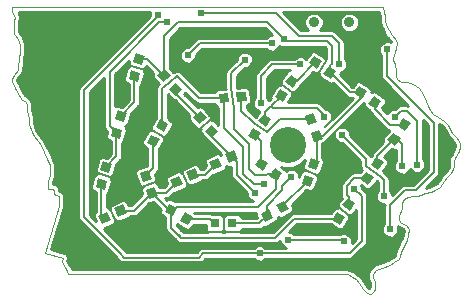
<source format=gtl>
G04 (created by PCBNEW (2013-may-18)-stable) date Mon 02 Nov 2015 08:05:35 PM CST*
%MOIN*%
G04 Gerber Fmt 3.4, Leading zero omitted, Abs format*
%FSLAX34Y34*%
G01*
G70*
G90*
G04 APERTURE LIST*
%ADD10C,0.00590551*%
%ADD11C,0.00393701*%
%ADD12C,0.0354331*%
%ADD13R,0.0314X0.0314*%
%ADD14C,0.12*%
%ADD15C,0.024*%
%ADD16C,0.008*%
%ADD17C,0.01*%
G04 APERTURE END LIST*
G54D10*
G54D11*
X73040Y-56360D02*
X73040Y-56200D01*
X73120Y-56440D02*
X73040Y-56360D01*
X73140Y-56540D02*
X73120Y-56440D01*
X73120Y-56620D02*
X73140Y-56540D01*
X73100Y-56840D02*
X73120Y-56620D01*
X73100Y-57080D02*
X73100Y-56840D01*
X73160Y-57120D02*
X73100Y-57080D01*
X73260Y-57240D02*
X73160Y-57120D01*
X73300Y-57440D02*
X73260Y-57240D01*
X73320Y-57700D02*
X73300Y-57440D01*
X73280Y-57880D02*
X73320Y-57700D01*
X73260Y-58180D02*
X73280Y-57880D01*
X73240Y-58280D02*
X73260Y-58180D01*
X73100Y-58460D02*
X73240Y-58280D01*
X73040Y-58600D02*
X73100Y-58460D01*
X73040Y-58700D02*
X73040Y-58600D01*
X73100Y-58780D02*
X73040Y-58700D01*
X73160Y-58880D02*
X73100Y-58780D01*
X73300Y-59200D02*
X73160Y-58880D01*
X73380Y-59280D02*
X73300Y-59200D01*
X73480Y-59320D02*
X73380Y-59280D01*
X73540Y-59420D02*
X73480Y-59320D01*
X73560Y-59640D02*
X73540Y-59420D01*
X73620Y-59880D02*
X73560Y-59640D01*
X73620Y-60080D02*
X73620Y-59880D01*
X73700Y-60360D02*
X73620Y-60080D01*
X73780Y-60500D02*
X73700Y-60360D01*
X73900Y-60640D02*
X73780Y-60500D01*
X74000Y-60800D02*
X73900Y-60640D01*
X74220Y-61240D02*
X74000Y-60800D01*
X74300Y-61440D02*
X74220Y-61240D01*
X74300Y-61620D02*
X74300Y-61440D01*
X74300Y-61800D02*
X74300Y-61620D01*
X74260Y-61980D02*
X74300Y-61800D01*
X74240Y-62160D02*
X74260Y-61980D01*
X74260Y-62240D02*
X74240Y-62160D01*
X74420Y-62240D02*
X74260Y-62240D01*
X74460Y-62320D02*
X74420Y-62240D01*
X74460Y-62420D02*
X74460Y-62320D01*
X74500Y-62460D02*
X74460Y-62420D01*
X74600Y-62480D02*
X74500Y-62460D01*
X74620Y-62520D02*
X74600Y-62480D01*
X74620Y-62600D02*
X74620Y-62520D01*
X74620Y-62700D02*
X74620Y-62600D01*
X74620Y-62820D02*
X74620Y-62700D01*
X74140Y-64380D02*
X74620Y-62820D01*
X74740Y-64540D02*
X74140Y-64380D01*
X74720Y-64660D02*
X74740Y-64540D01*
X74740Y-64760D02*
X74720Y-64660D01*
X74820Y-64860D02*
X74740Y-64760D01*
X74880Y-64980D02*
X74820Y-64860D01*
X74900Y-65100D02*
X74880Y-64980D01*
X84240Y-65100D02*
X74900Y-65100D01*
X84380Y-65180D02*
X84240Y-65100D01*
X84500Y-65260D02*
X84380Y-65180D01*
X84600Y-65380D02*
X84500Y-65260D01*
X84740Y-65580D02*
X84600Y-65380D01*
X84860Y-65700D02*
X84740Y-65580D01*
X84940Y-65760D02*
X84860Y-65700D01*
X85020Y-65740D02*
X84940Y-65760D01*
X85100Y-65640D02*
X85020Y-65740D01*
X85160Y-65580D02*
X85100Y-65640D01*
X85160Y-65460D02*
X85160Y-65580D01*
X85140Y-65340D02*
X85160Y-65460D01*
X85080Y-65180D02*
X85140Y-65340D01*
X85080Y-65100D02*
X85080Y-65180D01*
X85180Y-64960D02*
X85080Y-65100D01*
X85380Y-64880D02*
X85180Y-64960D01*
X85640Y-64780D02*
X85380Y-64880D01*
X85780Y-64700D02*
X85640Y-64780D01*
X85940Y-64580D02*
X85780Y-64700D01*
X85980Y-64480D02*
X85940Y-64580D01*
X86020Y-64360D02*
X85980Y-64480D01*
X86100Y-64140D02*
X86020Y-64360D01*
X86200Y-63940D02*
X86100Y-64140D01*
X86260Y-63800D02*
X86200Y-63940D01*
X86280Y-63580D02*
X86260Y-63800D01*
X86180Y-63460D02*
X86280Y-63580D01*
X86020Y-63380D02*
X86180Y-63460D01*
X85940Y-63280D02*
X86020Y-63380D01*
X85940Y-63140D02*
X85940Y-63280D01*
X86060Y-62900D02*
X85940Y-63140D01*
X86060Y-62720D02*
X86060Y-62900D01*
X86120Y-62580D02*
X86060Y-62720D01*
X86260Y-62520D02*
X86120Y-62580D01*
X86420Y-62500D02*
X86260Y-62520D01*
X86540Y-62500D02*
X86420Y-62500D01*
X86680Y-62460D02*
X86540Y-62500D01*
X86820Y-62400D02*
X86680Y-62460D01*
X87000Y-62360D02*
X86820Y-62400D01*
X87160Y-62280D02*
X87000Y-62360D01*
X87320Y-62180D02*
X87160Y-62280D01*
X87440Y-62000D02*
X87320Y-62180D01*
X87540Y-61840D02*
X87440Y-62000D01*
X87680Y-61720D02*
X87540Y-61840D01*
X87760Y-61600D02*
X87680Y-61720D01*
X87780Y-61480D02*
X87760Y-61600D01*
X87780Y-61320D02*
X87780Y-61480D01*
X87820Y-61220D02*
X87780Y-61320D01*
X87940Y-61000D02*
X87820Y-61220D01*
X87980Y-60860D02*
X87940Y-61000D01*
X87980Y-60740D02*
X87980Y-60860D01*
X87940Y-60640D02*
X87980Y-60740D01*
X87840Y-60520D02*
X87940Y-60640D01*
X87720Y-60380D02*
X87840Y-60520D01*
X87660Y-60240D02*
X87720Y-60380D01*
X87580Y-60120D02*
X87660Y-60240D01*
X87440Y-59980D02*
X87580Y-60120D01*
X87260Y-59860D02*
X87440Y-59980D01*
X87080Y-59740D02*
X87260Y-59860D01*
X86980Y-59620D02*
X87080Y-59740D01*
X86920Y-59500D02*
X86980Y-59620D01*
X86840Y-59320D02*
X86920Y-59500D01*
X86740Y-59100D02*
X86840Y-59320D01*
X86600Y-58880D02*
X86740Y-59100D01*
X86420Y-58740D02*
X86600Y-58880D01*
X86200Y-58700D02*
X86420Y-58740D01*
X86020Y-58680D02*
X86200Y-58700D01*
X85880Y-58600D02*
X86020Y-58680D01*
X85840Y-58480D02*
X85880Y-58600D01*
X85840Y-58320D02*
X85840Y-58480D01*
X85800Y-58100D02*
X85840Y-58320D01*
X85740Y-57960D02*
X85800Y-58100D01*
X85740Y-57880D02*
X85740Y-57960D01*
X85800Y-57680D02*
X85740Y-57880D01*
X85860Y-57540D02*
X85800Y-57680D01*
X85880Y-57400D02*
X85860Y-57540D01*
X85840Y-57280D02*
X85880Y-57400D01*
X85700Y-57120D02*
X85840Y-57280D01*
X85600Y-56960D02*
X85700Y-57120D01*
X85520Y-56780D02*
X85600Y-56960D01*
X85480Y-56620D02*
X85520Y-56780D01*
X85480Y-56480D02*
X85480Y-56620D01*
X85450Y-56350D02*
X85480Y-56480D01*
X85400Y-56200D02*
X85450Y-56350D01*
X73050Y-56200D02*
X85400Y-56200D01*
G54D12*
X84290Y-56700D03*
X83109Y-56700D03*
G54D10*
G36*
X83007Y-61221D02*
X83302Y-61328D01*
X83194Y-61624D01*
X82899Y-61516D01*
X83007Y-61221D01*
X83007Y-61221D01*
G37*
G36*
X82805Y-61775D02*
X83100Y-61883D01*
X82992Y-62178D01*
X82697Y-62071D01*
X82805Y-61775D01*
X82805Y-61775D01*
G37*
G36*
X79089Y-59854D02*
X79329Y-59652D01*
X79531Y-59893D01*
X79291Y-60095D01*
X79089Y-59854D01*
X79089Y-59854D01*
G37*
G36*
X79468Y-60306D02*
X79708Y-60104D01*
X79910Y-60345D01*
X79670Y-60547D01*
X79468Y-60306D01*
X79468Y-60306D01*
G37*
G36*
X76743Y-62766D02*
X76876Y-63051D01*
X76591Y-63183D01*
X76458Y-62899D01*
X76743Y-62766D01*
X76743Y-62766D01*
G37*
G36*
X76208Y-63016D02*
X76341Y-63300D01*
X76056Y-63433D01*
X75923Y-63148D01*
X76208Y-63016D01*
X76208Y-63016D01*
G37*
G36*
X76134Y-62277D02*
X75831Y-62195D01*
X75912Y-61892D01*
X76215Y-61973D01*
X76134Y-62277D01*
X76134Y-62277D01*
G37*
G36*
X76287Y-61707D02*
X75984Y-61626D01*
X76065Y-61322D01*
X76368Y-61404D01*
X76287Y-61707D01*
X76287Y-61707D01*
G37*
G36*
X77165Y-57722D02*
X77468Y-57804D01*
X77387Y-58107D01*
X77084Y-58026D01*
X77165Y-57722D01*
X77165Y-57722D01*
G37*
G36*
X77012Y-58292D02*
X77315Y-58373D01*
X77234Y-58677D01*
X76931Y-58595D01*
X77012Y-58292D01*
X77012Y-58292D01*
G37*
G36*
X76565Y-59622D02*
X76868Y-59704D01*
X76787Y-60007D01*
X76484Y-59926D01*
X76565Y-59622D01*
X76565Y-59622D01*
G37*
G36*
X76412Y-60192D02*
X76715Y-60273D01*
X76634Y-60577D01*
X76331Y-60495D01*
X76412Y-60192D01*
X76412Y-60192D01*
G37*
G36*
X78456Y-62233D02*
X78323Y-61948D01*
X78608Y-61816D01*
X78741Y-62100D01*
X78456Y-62233D01*
X78456Y-62233D01*
G37*
G36*
X78991Y-61983D02*
X78858Y-61699D01*
X79143Y-61566D01*
X79276Y-61851D01*
X78991Y-61983D01*
X78991Y-61983D01*
G37*
G36*
X79756Y-61633D02*
X79623Y-61348D01*
X79908Y-61216D01*
X80041Y-61500D01*
X79756Y-61633D01*
X79756Y-61633D01*
G37*
G36*
X80291Y-61383D02*
X80158Y-61099D01*
X80443Y-60966D01*
X80576Y-61251D01*
X80291Y-61383D01*
X80291Y-61383D01*
G37*
G36*
X86080Y-59889D02*
X86337Y-60069D01*
X86157Y-60327D01*
X85900Y-60146D01*
X86080Y-59889D01*
X86080Y-59889D01*
G37*
G36*
X85742Y-60372D02*
X85999Y-60553D01*
X85819Y-60810D01*
X85562Y-60630D01*
X85742Y-60372D01*
X85742Y-60372D01*
G37*
G36*
X82112Y-62638D02*
X82269Y-62909D01*
X81998Y-63066D01*
X81841Y-62795D01*
X82112Y-62638D01*
X82112Y-62638D01*
G37*
G36*
X81601Y-62933D02*
X81758Y-63204D01*
X81487Y-63361D01*
X81330Y-63090D01*
X81601Y-62933D01*
X81601Y-62933D01*
G37*
G36*
X77889Y-58454D02*
X78129Y-58252D01*
X78331Y-58493D01*
X78091Y-58695D01*
X77889Y-58454D01*
X77889Y-58454D01*
G37*
G36*
X78268Y-58906D02*
X78508Y-58704D01*
X78710Y-58945D01*
X78470Y-59147D01*
X78268Y-58906D01*
X78268Y-58906D01*
G37*
G54D13*
X79805Y-63400D03*
X80395Y-63400D03*
G54D10*
G36*
X78130Y-63009D02*
X78287Y-62738D01*
X78558Y-62895D01*
X78401Y-63166D01*
X78130Y-63009D01*
X78130Y-63009D01*
G37*
G36*
X78641Y-63304D02*
X78798Y-63033D01*
X79069Y-63190D01*
X78912Y-63461D01*
X78641Y-63304D01*
X78641Y-63304D01*
G37*
G36*
X80836Y-59004D02*
X80863Y-59317D01*
X80551Y-59344D01*
X80523Y-59031D01*
X80836Y-59004D01*
X80836Y-59004D01*
G37*
G36*
X80248Y-59055D02*
X80276Y-59368D01*
X79963Y-59395D01*
X79936Y-59082D01*
X80248Y-59055D01*
X80248Y-59055D01*
G37*
G36*
X83402Y-60571D02*
X83107Y-60678D01*
X82999Y-60383D01*
X83294Y-60275D01*
X83402Y-60571D01*
X83402Y-60571D01*
G37*
G36*
X83200Y-60016D02*
X82905Y-60124D01*
X82797Y-59828D01*
X83092Y-59721D01*
X83200Y-60016D01*
X83200Y-60016D01*
G37*
G36*
X77809Y-60869D02*
X77538Y-60712D01*
X77695Y-60441D01*
X77966Y-60598D01*
X77809Y-60869D01*
X77809Y-60869D01*
G37*
G36*
X78104Y-60358D02*
X77833Y-60201D01*
X77990Y-59930D01*
X78261Y-60087D01*
X78104Y-60358D01*
X78104Y-60358D01*
G37*
G36*
X77902Y-62471D02*
X77607Y-62578D01*
X77499Y-62283D01*
X77794Y-62175D01*
X77902Y-62471D01*
X77902Y-62471D01*
G37*
G36*
X77700Y-61916D02*
X77405Y-62024D01*
X77297Y-61728D01*
X77592Y-61621D01*
X77700Y-61916D01*
X77700Y-61916D01*
G37*
G36*
X84439Y-59069D02*
X84619Y-58812D01*
X84877Y-58992D01*
X84696Y-59249D01*
X84439Y-59069D01*
X84439Y-59069D01*
G37*
G36*
X84922Y-59407D02*
X85103Y-59150D01*
X85360Y-59330D01*
X85180Y-59587D01*
X84922Y-59407D01*
X84922Y-59407D01*
G37*
G36*
X84919Y-62110D02*
X84662Y-61930D01*
X84842Y-61672D01*
X85099Y-61853D01*
X84919Y-62110D01*
X84919Y-62110D01*
G37*
G36*
X85257Y-61627D02*
X85000Y-61446D01*
X85180Y-61189D01*
X85437Y-61369D01*
X85257Y-61627D01*
X85257Y-61627D01*
G37*
G36*
X83969Y-63460D02*
X83712Y-63280D01*
X83892Y-63022D01*
X84149Y-63203D01*
X83969Y-63460D01*
X83969Y-63460D01*
G37*
G36*
X84307Y-62977D02*
X84050Y-62796D01*
X84230Y-62539D01*
X84487Y-62719D01*
X84307Y-62977D01*
X84307Y-62977D01*
G37*
G36*
X82330Y-58439D02*
X82587Y-58619D01*
X82407Y-58877D01*
X82150Y-58696D01*
X82330Y-58439D01*
X82330Y-58439D01*
G37*
G36*
X81992Y-58922D02*
X82249Y-59103D01*
X82069Y-59360D01*
X81812Y-59180D01*
X81992Y-58922D01*
X81992Y-58922D01*
G37*
G36*
X83860Y-58330D02*
X83680Y-58587D01*
X83422Y-58407D01*
X83603Y-58150D01*
X83860Y-58330D01*
X83860Y-58330D01*
G37*
G36*
X83377Y-57992D02*
X83196Y-58249D01*
X82939Y-58069D01*
X83119Y-57812D01*
X83377Y-57992D01*
X83377Y-57992D01*
G37*
G36*
X81169Y-60660D02*
X80912Y-60480D01*
X81092Y-60222D01*
X81349Y-60403D01*
X81169Y-60660D01*
X81169Y-60660D01*
G37*
G36*
X81507Y-60177D02*
X81250Y-59996D01*
X81430Y-59739D01*
X81687Y-59919D01*
X81507Y-60177D01*
X81507Y-60177D01*
G37*
G36*
X82060Y-61730D02*
X81880Y-61987D01*
X81622Y-61807D01*
X81803Y-61550D01*
X82060Y-61730D01*
X82060Y-61730D01*
G37*
G36*
X81577Y-61392D02*
X81396Y-61649D01*
X81139Y-61469D01*
X81319Y-61212D01*
X81577Y-61392D01*
X81577Y-61392D01*
G37*
G54D14*
X82250Y-60800D03*
G54D15*
X82250Y-63950D03*
X84100Y-64000D03*
X81850Y-60950D03*
X85800Y-59850D03*
X86550Y-61450D03*
X82100Y-57250D03*
X79350Y-56400D03*
X83950Y-58100D03*
X80800Y-57950D03*
X77900Y-56450D03*
X81300Y-64400D03*
X84450Y-62250D03*
X78900Y-57800D03*
X81700Y-57400D03*
X85650Y-63600D03*
X85550Y-57600D03*
X83700Y-56675D03*
X85300Y-63300D03*
X78650Y-64275D03*
X78750Y-56975D03*
X81025Y-57050D03*
X83850Y-59700D03*
X83325Y-57575D03*
X84425Y-59950D03*
X86850Y-60275D03*
X87400Y-60975D03*
X86450Y-61925D03*
X79550Y-64700D03*
X73900Y-59000D03*
X83700Y-62050D03*
X83450Y-59850D03*
X84050Y-60450D03*
X85450Y-62500D03*
X86050Y-61500D03*
X81450Y-62100D03*
X82350Y-61850D03*
X78200Y-56700D03*
X81350Y-59400D03*
X81150Y-62400D03*
X82650Y-58100D03*
G54D16*
X84050Y-63950D02*
X82250Y-63950D01*
X84100Y-64000D02*
X84050Y-63950D01*
X82000Y-60800D02*
X82250Y-60800D01*
X81850Y-60950D02*
X82000Y-60800D01*
X85800Y-59850D02*
X86000Y-59650D01*
X86000Y-59650D02*
X86200Y-59650D01*
X86200Y-59650D02*
X86550Y-60000D01*
X86550Y-60000D02*
X86550Y-61450D01*
X79000Y-56700D02*
X78575Y-56700D01*
X78110Y-57164D02*
X78110Y-57589D01*
X78575Y-56700D02*
X78110Y-57164D01*
X83641Y-58369D02*
X83641Y-58133D01*
X82175Y-57325D02*
X82100Y-57250D01*
X83550Y-57325D02*
X82175Y-57325D01*
X83700Y-57475D02*
X83550Y-57325D01*
X83700Y-58075D02*
X83700Y-57475D01*
X83641Y-58133D02*
X83700Y-58075D01*
X83200Y-60477D02*
X83422Y-60477D01*
X84658Y-59241D02*
X84658Y-59030D01*
X83422Y-60477D02*
X84658Y-59241D01*
X78110Y-58474D02*
X78110Y-57589D01*
X79000Y-56700D02*
X81550Y-56700D01*
X81550Y-56700D02*
X82100Y-57250D01*
X83200Y-60477D02*
X83200Y-61322D01*
X83200Y-61322D02*
X83100Y-61422D01*
X84658Y-59030D02*
X84303Y-59030D01*
X84303Y-59030D02*
X83641Y-58369D01*
X77276Y-57915D02*
X77551Y-57915D01*
X77551Y-57915D02*
X78110Y-58474D01*
X81850Y-56400D02*
X79350Y-56400D01*
X82600Y-57150D02*
X81850Y-56400D01*
X83700Y-57150D02*
X82600Y-57150D01*
X83950Y-57400D02*
X83700Y-57150D01*
X83950Y-58100D02*
X83950Y-57400D01*
X78675Y-63875D02*
X81825Y-63875D01*
X82458Y-63241D02*
X83930Y-63241D01*
X81825Y-63875D02*
X82458Y-63241D01*
X78675Y-63875D02*
X78550Y-63750D01*
X80950Y-60750D02*
X80950Y-60800D01*
X80950Y-60800D02*
X80950Y-60750D01*
X80450Y-60250D02*
X80950Y-60750D01*
X80450Y-59600D02*
X80450Y-60250D01*
X80450Y-59600D02*
X80350Y-58850D01*
X80800Y-57950D02*
X80350Y-58400D01*
X80350Y-58400D02*
X80350Y-58850D01*
X80950Y-60750D02*
X80950Y-61600D01*
X81841Y-61769D02*
X81530Y-61769D01*
X81530Y-61769D02*
X81500Y-61800D01*
X81500Y-61800D02*
X81150Y-61800D01*
X81150Y-61800D02*
X80950Y-61600D01*
X78344Y-63544D02*
X78344Y-62952D01*
X78550Y-63750D02*
X78344Y-63544D01*
X78675Y-63875D02*
X78600Y-63800D01*
X78600Y-63800D02*
X78550Y-63750D01*
X78344Y-62952D02*
X78397Y-62952D01*
X81841Y-62258D02*
X81841Y-61769D01*
X81250Y-62850D02*
X81841Y-62258D01*
X78500Y-62850D02*
X80850Y-62850D01*
X80850Y-62850D02*
X81250Y-62850D01*
X78397Y-62952D02*
X78500Y-62850D01*
X78344Y-62952D02*
X78276Y-62952D01*
X78276Y-62952D02*
X77700Y-62377D01*
X77700Y-62377D02*
X78180Y-62377D01*
X78180Y-62377D02*
X78532Y-62024D01*
X76667Y-62975D02*
X77102Y-62975D01*
X77102Y-62975D02*
X77700Y-62377D01*
X81300Y-64400D02*
X79414Y-64400D01*
X76789Y-64539D02*
X76650Y-64400D01*
X79275Y-64539D02*
X76789Y-64539D01*
X79414Y-64400D02*
X79275Y-64539D01*
X77900Y-56450D02*
X77900Y-56500D01*
X77900Y-56500D02*
X75450Y-58950D01*
X75450Y-63200D02*
X75450Y-58950D01*
X76650Y-64400D02*
X75450Y-63200D01*
X84300Y-64400D02*
X81300Y-64400D01*
X84700Y-64000D02*
X84300Y-64400D01*
X84700Y-62500D02*
X84700Y-64000D01*
X84450Y-62250D02*
X84700Y-62500D01*
X79300Y-57400D02*
X78900Y-57800D01*
X80950Y-57400D02*
X79300Y-57400D01*
X81700Y-57400D02*
X80950Y-57400D01*
X85650Y-58600D02*
X85550Y-58500D01*
X85650Y-58600D02*
X85700Y-58650D01*
X85650Y-62800D02*
X85650Y-63600D01*
X86150Y-62300D02*
X85650Y-62800D01*
X86500Y-62300D02*
X86150Y-62300D01*
X87100Y-61700D02*
X86500Y-62300D01*
X87100Y-60050D02*
X87100Y-61700D01*
X85700Y-58650D02*
X87100Y-60050D01*
X85550Y-58500D02*
X85550Y-57600D01*
X83250Y-59050D02*
X82425Y-59050D01*
X82425Y-59050D02*
X82000Y-58750D01*
X83700Y-62050D02*
X83275Y-61825D01*
X83275Y-61825D02*
X82750Y-61600D01*
X83850Y-59700D02*
X83675Y-59975D01*
X83675Y-59975D02*
X83475Y-60175D01*
X80075Y-63700D02*
X79250Y-63700D01*
X79250Y-63700D02*
X79250Y-63550D01*
X84350Y-63175D02*
X83875Y-62825D01*
X83700Y-62650D02*
X83875Y-62825D01*
X83700Y-62650D02*
X83700Y-62050D01*
X83700Y-62050D02*
X83375Y-62050D01*
X80100Y-63675D02*
X80100Y-63100D01*
X80075Y-63700D02*
X80100Y-63675D01*
X81725Y-63700D02*
X80075Y-63700D01*
X83375Y-62050D02*
X81725Y-63700D01*
X84250Y-64700D02*
X85300Y-63650D01*
X85300Y-63650D02*
X85300Y-63300D01*
X84250Y-64700D02*
X79550Y-64700D01*
X77633Y-60254D02*
X77575Y-58675D01*
X77475Y-58275D02*
X76925Y-58125D01*
X77575Y-58675D02*
X77475Y-58275D01*
X78979Y-60927D02*
X78125Y-60525D01*
X78125Y-60525D02*
X77633Y-60254D01*
X77633Y-60254D02*
X77625Y-60250D01*
X78675Y-61600D02*
X78979Y-60927D01*
X78979Y-60927D02*
X79275Y-60275D01*
X79275Y-60275D02*
X79725Y-59900D01*
X77925Y-61975D02*
X78675Y-61600D01*
X77375Y-62175D02*
X77925Y-61975D01*
X76322Y-62471D02*
X77375Y-62175D01*
X78675Y-61600D02*
X78950Y-62225D01*
X76275Y-62825D02*
X76322Y-62471D01*
X76322Y-62471D02*
X76400Y-61900D01*
X78650Y-64275D02*
X77450Y-64275D01*
X77450Y-64275D02*
X76525Y-63350D01*
X76275Y-62825D02*
X76525Y-63350D01*
X76400Y-61900D02*
X75800Y-61700D01*
X78750Y-56975D02*
X80950Y-56975D01*
X80950Y-56975D02*
X81025Y-57050D01*
X83525Y-58000D02*
X83525Y-57775D01*
X83250Y-59100D02*
X83250Y-59050D01*
X83250Y-59050D02*
X83250Y-58425D01*
X83850Y-59700D02*
X83250Y-59100D01*
X83525Y-58000D02*
X83250Y-58425D01*
X83525Y-57775D02*
X83325Y-57575D01*
X84425Y-59950D02*
X84200Y-59950D01*
X83700Y-60450D02*
X83700Y-60500D01*
X84200Y-59950D02*
X83700Y-60450D01*
X86850Y-60275D02*
X86850Y-61525D01*
X87400Y-60975D02*
X87375Y-60975D01*
X86850Y-61525D02*
X86450Y-61925D01*
X76500Y-64700D02*
X79550Y-64700D01*
X75100Y-63300D02*
X76500Y-64700D01*
X75100Y-60200D02*
X75100Y-63300D01*
X73900Y-59000D02*
X75100Y-60200D01*
X83700Y-62050D02*
X83700Y-60500D01*
X83700Y-62050D02*
X83700Y-62000D01*
X83200Y-59550D02*
X81750Y-59550D01*
X81750Y-59550D02*
X81686Y-59486D01*
X85350Y-61850D02*
X84850Y-61500D01*
X83200Y-59550D02*
X83450Y-59800D01*
X83450Y-59800D02*
X83450Y-59850D01*
X84050Y-60450D02*
X84850Y-61250D01*
X84850Y-61250D02*
X84850Y-61500D01*
X85450Y-62500D02*
X85450Y-61950D01*
X85450Y-61950D02*
X85350Y-61850D01*
X81469Y-59958D02*
X81469Y-59703D01*
X81469Y-59703D02*
X81686Y-59486D01*
X81686Y-59486D02*
X82030Y-59141D01*
X82369Y-58658D02*
X82530Y-58658D01*
X82530Y-58658D02*
X83158Y-58030D01*
X85891Y-60591D02*
X85780Y-60591D01*
X86050Y-60750D02*
X85891Y-60591D01*
X86050Y-61500D02*
X86050Y-60750D01*
X85219Y-61408D02*
X85219Y-61153D01*
X85219Y-61153D02*
X85780Y-60591D01*
X84269Y-62758D02*
X84269Y-62519D01*
X84458Y-61891D02*
X84880Y-61891D01*
X84200Y-62150D02*
X84458Y-61891D01*
X84200Y-62450D02*
X84200Y-62150D01*
X84269Y-62519D02*
X84200Y-62450D01*
X81358Y-61430D02*
X81358Y-60669D01*
X81358Y-60669D02*
X81130Y-60441D01*
X77752Y-60655D02*
X77752Y-61569D01*
X77752Y-61569D02*
X77499Y-61822D01*
X80750Y-61750D02*
X80750Y-60850D01*
X81450Y-62100D02*
X81100Y-62100D01*
X81100Y-62100D02*
X80750Y-61750D01*
X80106Y-60206D02*
X80106Y-59225D01*
X80750Y-60850D02*
X80106Y-60206D01*
X78550Y-58500D02*
X78100Y-58850D01*
X78047Y-58902D02*
X78100Y-58850D01*
X78047Y-60144D02*
X78047Y-58902D01*
X79275Y-59225D02*
X78550Y-58500D01*
X79275Y-59225D02*
X80106Y-59225D01*
X81550Y-60350D02*
X81100Y-60050D01*
X81977Y-59922D02*
X81550Y-60350D01*
X82999Y-59922D02*
X81977Y-59922D01*
X80693Y-59643D02*
X81100Y-60050D01*
X80693Y-59643D02*
X80693Y-59174D01*
X81544Y-62805D02*
X81544Y-63147D01*
X82050Y-62300D02*
X81544Y-62805D01*
X82050Y-62150D02*
X82050Y-62300D01*
X82350Y-61850D02*
X82050Y-62150D01*
X80395Y-63400D02*
X81292Y-63400D01*
X81292Y-63400D02*
X81544Y-63147D01*
X78855Y-63247D02*
X79652Y-63247D01*
X79652Y-63247D02*
X79805Y-63400D01*
X78200Y-56700D02*
X77950Y-56700D01*
X77950Y-56700D02*
X76300Y-58350D01*
X76300Y-60161D02*
X76523Y-60384D01*
X76300Y-58350D02*
X76300Y-60161D01*
X76523Y-60384D02*
X76523Y-61167D01*
X76523Y-61167D02*
X76176Y-61515D01*
X76023Y-62084D02*
X76023Y-63115D01*
X76023Y-63115D02*
X76132Y-63224D01*
X77123Y-58484D02*
X77123Y-59367D01*
X77123Y-59367D02*
X76676Y-59815D01*
X82650Y-58100D02*
X81725Y-58100D01*
X81350Y-58475D02*
X81350Y-59400D01*
X81725Y-58100D02*
X81350Y-58475D01*
X80550Y-61357D02*
X80367Y-61175D01*
X81150Y-62400D02*
X80550Y-61800D01*
X80550Y-61800D02*
X80550Y-61357D01*
X79689Y-60325D02*
X79689Y-60497D01*
X79689Y-60497D02*
X80367Y-61175D01*
X79067Y-61775D02*
X79481Y-61775D01*
X79481Y-61775D02*
X79832Y-61424D01*
X86119Y-60108D02*
X85658Y-60108D01*
X85141Y-59591D02*
X85141Y-59369D01*
X85658Y-60108D02*
X85141Y-59591D01*
X82055Y-62852D02*
X82055Y-62820D01*
X82055Y-62820D02*
X82899Y-61977D01*
X78489Y-58925D02*
X78489Y-59053D01*
X78489Y-59053D02*
X79310Y-59874D01*
G54D10*
G36*
X76333Y-61089D02*
X76215Y-61207D01*
X76075Y-61170D01*
X76016Y-61177D01*
X75964Y-61207D01*
X75928Y-61255D01*
X75912Y-61312D01*
X75831Y-61615D01*
X75839Y-61675D01*
X75868Y-61726D01*
X75891Y-61744D01*
X75863Y-61747D01*
X75811Y-61777D01*
X75775Y-61824D01*
X75760Y-61882D01*
X75678Y-62185D01*
X75686Y-62244D01*
X75716Y-62296D01*
X75763Y-62333D01*
X75821Y-62348D01*
X75833Y-62351D01*
X75833Y-63025D01*
X75793Y-63069D01*
X75772Y-63125D01*
X75775Y-63184D01*
X75800Y-63239D01*
X75837Y-63319D01*
X75640Y-63121D01*
X75640Y-59028D01*
X76110Y-58558D01*
X76110Y-60161D01*
X76124Y-60234D01*
X76165Y-60295D01*
X76216Y-60346D01*
X76178Y-60485D01*
X76186Y-60544D01*
X76216Y-60596D01*
X76263Y-60633D01*
X76321Y-60648D01*
X76333Y-60651D01*
X76333Y-61089D01*
X76333Y-61089D01*
G37*
G54D17*
X76333Y-61089D02*
X76215Y-61207D01*
X76075Y-61170D01*
X76016Y-61177D01*
X75964Y-61207D01*
X75928Y-61255D01*
X75912Y-61312D01*
X75831Y-61615D01*
X75839Y-61675D01*
X75868Y-61726D01*
X75891Y-61744D01*
X75863Y-61747D01*
X75811Y-61777D01*
X75775Y-61824D01*
X75760Y-61882D01*
X75678Y-62185D01*
X75686Y-62244D01*
X75716Y-62296D01*
X75763Y-62333D01*
X75821Y-62348D01*
X75833Y-62351D01*
X75833Y-63025D01*
X75793Y-63069D01*
X75772Y-63125D01*
X75775Y-63184D01*
X75800Y-63239D01*
X75837Y-63319D01*
X75640Y-63121D01*
X75640Y-59028D01*
X76110Y-58558D01*
X76110Y-60161D01*
X76124Y-60234D01*
X76165Y-60295D01*
X76216Y-60346D01*
X76178Y-60485D01*
X76186Y-60544D01*
X76216Y-60596D01*
X76263Y-60633D01*
X76321Y-60648D01*
X76333Y-60651D01*
X76333Y-61089D01*
G54D10*
G36*
X76991Y-58144D02*
X76963Y-58147D01*
X76911Y-58177D01*
X76875Y-58224D01*
X76860Y-58282D01*
X76778Y-58585D01*
X76786Y-58644D01*
X76816Y-58696D01*
X76863Y-58733D01*
X76921Y-58748D01*
X76933Y-58751D01*
X76933Y-59289D01*
X76715Y-59507D01*
X76575Y-59470D01*
X76516Y-59477D01*
X76490Y-59493D01*
X76490Y-58428D01*
X76941Y-57976D01*
X76931Y-58015D01*
X76939Y-58075D01*
X76968Y-58126D01*
X76991Y-58144D01*
X76991Y-58144D01*
G37*
G54D17*
X76991Y-58144D02*
X76963Y-58147D01*
X76911Y-58177D01*
X76875Y-58224D01*
X76860Y-58282D01*
X76778Y-58585D01*
X76786Y-58644D01*
X76816Y-58696D01*
X76863Y-58733D01*
X76921Y-58748D01*
X76933Y-58751D01*
X76933Y-59289D01*
X76715Y-59507D01*
X76575Y-59470D01*
X76516Y-59477D01*
X76490Y-59493D01*
X76490Y-58428D01*
X76941Y-57976D01*
X76931Y-58015D01*
X76939Y-58075D01*
X76968Y-58126D01*
X76991Y-58144D01*
G54D10*
G36*
X77936Y-58744D02*
X77913Y-58768D01*
X77871Y-58829D01*
X77857Y-58902D01*
X77857Y-59859D01*
X77845Y-59880D01*
X77688Y-60152D01*
X77680Y-60211D01*
X77695Y-60269D01*
X77713Y-60292D01*
X77685Y-60288D01*
X77627Y-60303D01*
X77580Y-60340D01*
X77550Y-60391D01*
X77393Y-60663D01*
X77385Y-60722D01*
X77400Y-60780D01*
X77437Y-60827D01*
X77488Y-60857D01*
X77562Y-60900D01*
X77562Y-61473D01*
X77513Y-61490D01*
X77218Y-61598D01*
X77174Y-61638D01*
X77149Y-61692D01*
X77146Y-61752D01*
X77167Y-61808D01*
X77274Y-62103D01*
X77314Y-62147D01*
X77368Y-62172D01*
X77397Y-62173D01*
X77376Y-62192D01*
X77351Y-62246D01*
X77348Y-62306D01*
X77368Y-62362D01*
X77389Y-62419D01*
X77024Y-62785D01*
X76917Y-62785D01*
X76866Y-62676D01*
X76822Y-62636D01*
X76766Y-62615D01*
X76707Y-62618D01*
X76652Y-62643D01*
X76368Y-62775D01*
X76328Y-62819D01*
X76307Y-62875D01*
X76308Y-62904D01*
X76288Y-62885D01*
X76231Y-62864D01*
X76213Y-62865D01*
X76213Y-62404D01*
X76235Y-62392D01*
X76271Y-62344D01*
X76287Y-62287D01*
X76368Y-61984D01*
X76360Y-61924D01*
X76331Y-61873D01*
X76308Y-61855D01*
X76336Y-61852D01*
X76388Y-61822D01*
X76424Y-61775D01*
X76439Y-61717D01*
X76512Y-61447D01*
X76657Y-61302D01*
X76657Y-61302D01*
X76657Y-61302D01*
X76699Y-61240D01*
X76699Y-61240D01*
X76711Y-61179D01*
X76713Y-61167D01*
X76713Y-61167D01*
X76713Y-61167D01*
X76713Y-60704D01*
X76735Y-60692D01*
X76771Y-60644D01*
X76787Y-60587D01*
X76868Y-60284D01*
X76860Y-60224D01*
X76831Y-60173D01*
X76808Y-60155D01*
X76836Y-60152D01*
X76888Y-60122D01*
X76924Y-60075D01*
X76939Y-60017D01*
X77012Y-59747D01*
X77257Y-59502D01*
X77299Y-59440D01*
X77313Y-59367D01*
X77313Y-58804D01*
X77335Y-58792D01*
X77371Y-58744D01*
X77387Y-58687D01*
X77468Y-58384D01*
X77460Y-58324D01*
X77431Y-58273D01*
X77408Y-58255D01*
X77436Y-58252D01*
X77488Y-58222D01*
X77524Y-58175D01*
X77528Y-58160D01*
X77755Y-58387D01*
X77742Y-58411D01*
X77737Y-58471D01*
X77755Y-58528D01*
X77793Y-58573D01*
X77936Y-58744D01*
X77936Y-58744D01*
G37*
G54D17*
X77936Y-58744D02*
X77913Y-58768D01*
X77871Y-58829D01*
X77857Y-58902D01*
X77857Y-59859D01*
X77845Y-59880D01*
X77688Y-60152D01*
X77680Y-60211D01*
X77695Y-60269D01*
X77713Y-60292D01*
X77685Y-60288D01*
X77627Y-60303D01*
X77580Y-60340D01*
X77550Y-60391D01*
X77393Y-60663D01*
X77385Y-60722D01*
X77400Y-60780D01*
X77437Y-60827D01*
X77488Y-60857D01*
X77562Y-60900D01*
X77562Y-61473D01*
X77513Y-61490D01*
X77218Y-61598D01*
X77174Y-61638D01*
X77149Y-61692D01*
X77146Y-61752D01*
X77167Y-61808D01*
X77274Y-62103D01*
X77314Y-62147D01*
X77368Y-62172D01*
X77397Y-62173D01*
X77376Y-62192D01*
X77351Y-62246D01*
X77348Y-62306D01*
X77368Y-62362D01*
X77389Y-62419D01*
X77024Y-62785D01*
X76917Y-62785D01*
X76866Y-62676D01*
X76822Y-62636D01*
X76766Y-62615D01*
X76707Y-62618D01*
X76652Y-62643D01*
X76368Y-62775D01*
X76328Y-62819D01*
X76307Y-62875D01*
X76308Y-62904D01*
X76288Y-62885D01*
X76231Y-62864D01*
X76213Y-62865D01*
X76213Y-62404D01*
X76235Y-62392D01*
X76271Y-62344D01*
X76287Y-62287D01*
X76368Y-61984D01*
X76360Y-61924D01*
X76331Y-61873D01*
X76308Y-61855D01*
X76336Y-61852D01*
X76388Y-61822D01*
X76424Y-61775D01*
X76439Y-61717D01*
X76512Y-61447D01*
X76657Y-61302D01*
X76657Y-61302D01*
X76657Y-61302D01*
X76699Y-61240D01*
X76699Y-61240D01*
X76711Y-61179D01*
X76713Y-61167D01*
X76713Y-61167D01*
X76713Y-61167D01*
X76713Y-60704D01*
X76735Y-60692D01*
X76771Y-60644D01*
X76787Y-60587D01*
X76868Y-60284D01*
X76860Y-60224D01*
X76831Y-60173D01*
X76808Y-60155D01*
X76836Y-60152D01*
X76888Y-60122D01*
X76924Y-60075D01*
X76939Y-60017D01*
X77012Y-59747D01*
X77257Y-59502D01*
X77299Y-59440D01*
X77313Y-59367D01*
X77313Y-58804D01*
X77335Y-58792D01*
X77371Y-58744D01*
X77387Y-58687D01*
X77468Y-58384D01*
X77460Y-58324D01*
X77431Y-58273D01*
X77408Y-58255D01*
X77436Y-58252D01*
X77488Y-58222D01*
X77524Y-58175D01*
X77528Y-58160D01*
X77755Y-58387D01*
X77742Y-58411D01*
X77737Y-58471D01*
X77755Y-58528D01*
X77793Y-58573D01*
X77936Y-58744D01*
G54D10*
G36*
X79565Y-63685D02*
X78753Y-63685D01*
X78734Y-63665D01*
X78734Y-63665D01*
X78684Y-63615D01*
X78684Y-63615D01*
X78534Y-63465D01*
X78534Y-63412D01*
X78540Y-63419D01*
X78591Y-63449D01*
X78863Y-63606D01*
X78922Y-63614D01*
X78980Y-63599D01*
X79027Y-63562D01*
X79057Y-63511D01*
X79100Y-63437D01*
X79497Y-63437D01*
X79497Y-63586D01*
X79520Y-63641D01*
X79562Y-63684D01*
X79565Y-63685D01*
X79565Y-63685D01*
G37*
G54D17*
X79565Y-63685D02*
X78753Y-63685D01*
X78734Y-63665D01*
X78734Y-63665D01*
X78684Y-63615D01*
X78684Y-63615D01*
X78534Y-63465D01*
X78534Y-63412D01*
X78540Y-63419D01*
X78591Y-63449D01*
X78863Y-63606D01*
X78922Y-63614D01*
X78980Y-63599D01*
X79027Y-63562D01*
X79057Y-63511D01*
X79100Y-63437D01*
X79497Y-63437D01*
X79497Y-63586D01*
X79520Y-63641D01*
X79562Y-63684D01*
X79565Y-63685D01*
G54D10*
G36*
X79916Y-60118D02*
X79804Y-59985D01*
X79751Y-59958D01*
X79692Y-59952D01*
X79665Y-59961D01*
X79678Y-59936D01*
X79683Y-59876D01*
X79665Y-59819D01*
X79627Y-59774D01*
X79425Y-59533D01*
X79372Y-59506D01*
X79313Y-59500D01*
X79256Y-59518D01*
X79238Y-59533D01*
X78784Y-59079D01*
X78825Y-59044D01*
X79141Y-59360D01*
X79141Y-59360D01*
X79203Y-59401D01*
X79275Y-59415D01*
X79814Y-59415D01*
X79816Y-59438D01*
X79844Y-59491D01*
X79889Y-59529D01*
X79916Y-59538D01*
X79916Y-60118D01*
X79916Y-60118D01*
G37*
G54D17*
X79916Y-60118D02*
X79804Y-59985D01*
X79751Y-59958D01*
X79692Y-59952D01*
X79665Y-59961D01*
X79678Y-59936D01*
X79683Y-59876D01*
X79665Y-59819D01*
X79627Y-59774D01*
X79425Y-59533D01*
X79372Y-59506D01*
X79313Y-59500D01*
X79256Y-59518D01*
X79238Y-59533D01*
X78784Y-59079D01*
X78825Y-59044D01*
X79141Y-59360D01*
X79141Y-59360D01*
X79203Y-59401D01*
X79275Y-59415D01*
X79814Y-59415D01*
X79816Y-59438D01*
X79844Y-59491D01*
X79889Y-59529D01*
X79916Y-59538D01*
X79916Y-60118D01*
G54D10*
G36*
X80008Y-61104D02*
X79988Y-61085D01*
X79931Y-61064D01*
X79872Y-61067D01*
X79818Y-61092D01*
X79533Y-61225D01*
X79493Y-61269D01*
X79472Y-61325D01*
X79475Y-61384D01*
X79500Y-61439D01*
X79516Y-61472D01*
X79403Y-61585D01*
X79317Y-61585D01*
X79266Y-61476D01*
X79222Y-61436D01*
X79166Y-61415D01*
X79107Y-61418D01*
X79052Y-61443D01*
X78768Y-61575D01*
X78728Y-61619D01*
X78707Y-61675D01*
X78708Y-61704D01*
X78688Y-61685D01*
X78631Y-61664D01*
X78572Y-61667D01*
X78518Y-61692D01*
X78233Y-61825D01*
X78193Y-61869D01*
X78172Y-61925D01*
X78175Y-61984D01*
X78200Y-62039D01*
X78216Y-62072D01*
X78101Y-62187D01*
X77958Y-62187D01*
X77925Y-62096D01*
X77885Y-62052D01*
X77831Y-62027D01*
X77802Y-62026D01*
X77823Y-62007D01*
X77848Y-61953D01*
X77851Y-61893D01*
X77831Y-61837D01*
X77810Y-61780D01*
X77886Y-61703D01*
X77886Y-61703D01*
X77886Y-61703D01*
X77928Y-61642D01*
X77942Y-61569D01*
X77942Y-60940D01*
X77954Y-60919D01*
X78111Y-60647D01*
X78119Y-60588D01*
X78104Y-60530D01*
X78086Y-60507D01*
X78114Y-60511D01*
X78172Y-60496D01*
X78219Y-60459D01*
X78249Y-60408D01*
X78406Y-60136D01*
X78414Y-60077D01*
X78399Y-60019D01*
X78362Y-59972D01*
X78311Y-59942D01*
X78237Y-59899D01*
X78237Y-59103D01*
X78374Y-59266D01*
X78427Y-59293D01*
X78464Y-59297D01*
X78955Y-59787D01*
X78942Y-59811D01*
X78937Y-59871D01*
X78955Y-59928D01*
X78993Y-59973D01*
X79195Y-60214D01*
X79248Y-60241D01*
X79307Y-60247D01*
X79334Y-60238D01*
X79321Y-60263D01*
X79316Y-60323D01*
X79334Y-60380D01*
X79372Y-60425D01*
X79574Y-60666D01*
X79606Y-60682D01*
X80007Y-61084D01*
X80008Y-61104D01*
X80008Y-61104D01*
G37*
G54D17*
X80008Y-61104D02*
X79988Y-61085D01*
X79931Y-61064D01*
X79872Y-61067D01*
X79818Y-61092D01*
X79533Y-61225D01*
X79493Y-61269D01*
X79472Y-61325D01*
X79475Y-61384D01*
X79500Y-61439D01*
X79516Y-61472D01*
X79403Y-61585D01*
X79317Y-61585D01*
X79266Y-61476D01*
X79222Y-61436D01*
X79166Y-61415D01*
X79107Y-61418D01*
X79052Y-61443D01*
X78768Y-61575D01*
X78728Y-61619D01*
X78707Y-61675D01*
X78708Y-61704D01*
X78688Y-61685D01*
X78631Y-61664D01*
X78572Y-61667D01*
X78518Y-61692D01*
X78233Y-61825D01*
X78193Y-61869D01*
X78172Y-61925D01*
X78175Y-61984D01*
X78200Y-62039D01*
X78216Y-62072D01*
X78101Y-62187D01*
X77958Y-62187D01*
X77925Y-62096D01*
X77885Y-62052D01*
X77831Y-62027D01*
X77802Y-62026D01*
X77823Y-62007D01*
X77848Y-61953D01*
X77851Y-61893D01*
X77831Y-61837D01*
X77810Y-61780D01*
X77886Y-61703D01*
X77886Y-61703D01*
X77886Y-61703D01*
X77928Y-61642D01*
X77942Y-61569D01*
X77942Y-60940D01*
X77954Y-60919D01*
X78111Y-60647D01*
X78119Y-60588D01*
X78104Y-60530D01*
X78086Y-60507D01*
X78114Y-60511D01*
X78172Y-60496D01*
X78219Y-60459D01*
X78249Y-60408D01*
X78406Y-60136D01*
X78414Y-60077D01*
X78399Y-60019D01*
X78362Y-59972D01*
X78311Y-59942D01*
X78237Y-59899D01*
X78237Y-59103D01*
X78374Y-59266D01*
X78427Y-59293D01*
X78464Y-59297D01*
X78955Y-59787D01*
X78942Y-59811D01*
X78937Y-59871D01*
X78955Y-59928D01*
X78993Y-59973D01*
X79195Y-60214D01*
X79248Y-60241D01*
X79307Y-60247D01*
X79334Y-60238D01*
X79321Y-60263D01*
X79316Y-60323D01*
X79334Y-60380D01*
X79372Y-60425D01*
X79574Y-60666D01*
X79606Y-60682D01*
X80007Y-61084D01*
X80008Y-61104D01*
G54D10*
G36*
X80155Y-63685D02*
X80045Y-63685D01*
X80046Y-63684D01*
X80089Y-63642D01*
X80099Y-63615D01*
X80110Y-63641D01*
X80152Y-63684D01*
X80155Y-63685D01*
X80155Y-63685D01*
G37*
G54D17*
X80155Y-63685D02*
X80045Y-63685D01*
X80046Y-63684D01*
X80089Y-63642D01*
X80099Y-63615D01*
X80110Y-63641D01*
X80152Y-63684D01*
X80155Y-63685D01*
G54D10*
G36*
X81072Y-62660D02*
X80850Y-62660D01*
X78500Y-62660D01*
X78464Y-62667D01*
X78336Y-62593D01*
X78277Y-62585D01*
X78219Y-62600D01*
X78204Y-62612D01*
X78159Y-62567D01*
X78180Y-62567D01*
X78252Y-62552D01*
X78314Y-62511D01*
X78441Y-62384D01*
X78492Y-62381D01*
X78547Y-62356D01*
X78831Y-62224D01*
X78871Y-62180D01*
X78892Y-62124D01*
X78891Y-62095D01*
X78911Y-62114D01*
X78968Y-62135D01*
X79027Y-62132D01*
X79081Y-62107D01*
X79366Y-61974D01*
X79374Y-61965D01*
X79481Y-61965D01*
X79554Y-61950D01*
X79616Y-61909D01*
X79741Y-61784D01*
X79792Y-61781D01*
X79847Y-61756D01*
X80131Y-61624D01*
X80171Y-61580D01*
X80192Y-61524D01*
X80191Y-61495D01*
X80211Y-61514D01*
X80268Y-61535D01*
X80327Y-61532D01*
X80360Y-61517D01*
X80360Y-61800D01*
X80374Y-61872D01*
X80415Y-61934D01*
X80880Y-62398D01*
X80879Y-62453D01*
X80920Y-62552D01*
X80996Y-62628D01*
X81072Y-62660D01*
X81072Y-62660D01*
G37*
G54D17*
X81072Y-62660D02*
X80850Y-62660D01*
X78500Y-62660D01*
X78464Y-62667D01*
X78336Y-62593D01*
X78277Y-62585D01*
X78219Y-62600D01*
X78204Y-62612D01*
X78159Y-62567D01*
X78180Y-62567D01*
X78252Y-62552D01*
X78314Y-62511D01*
X78441Y-62384D01*
X78492Y-62381D01*
X78547Y-62356D01*
X78831Y-62224D01*
X78871Y-62180D01*
X78892Y-62124D01*
X78891Y-62095D01*
X78911Y-62114D01*
X78968Y-62135D01*
X79027Y-62132D01*
X79081Y-62107D01*
X79366Y-61974D01*
X79374Y-61965D01*
X79481Y-61965D01*
X79554Y-61950D01*
X79616Y-61909D01*
X79741Y-61784D01*
X79792Y-61781D01*
X79847Y-61756D01*
X80131Y-61624D01*
X80171Y-61580D01*
X80192Y-61524D01*
X80191Y-61495D01*
X80211Y-61514D01*
X80268Y-61535D01*
X80327Y-61532D01*
X80360Y-61517D01*
X80360Y-61800D01*
X80374Y-61872D01*
X80415Y-61934D01*
X80880Y-62398D01*
X80879Y-62453D01*
X80920Y-62552D01*
X80996Y-62628D01*
X81072Y-62660D01*
G54D10*
G36*
X81221Y-63201D02*
X81213Y-63210D01*
X80700Y-63210D01*
X80679Y-63158D01*
X80637Y-63115D01*
X80581Y-63093D01*
X80522Y-63092D01*
X80208Y-63092D01*
X80153Y-63115D01*
X80110Y-63157D01*
X80100Y-63184D01*
X80089Y-63158D01*
X80047Y-63115D01*
X79991Y-63093D01*
X79932Y-63092D01*
X79756Y-63092D01*
X79725Y-63071D01*
X79652Y-63057D01*
X79140Y-63057D01*
X79119Y-63045D01*
X79110Y-63040D01*
X80850Y-63040D01*
X81188Y-63040D01*
X81177Y-63079D01*
X81185Y-63139D01*
X81214Y-63190D01*
X81221Y-63201D01*
X81221Y-63201D01*
G37*
G54D17*
X81221Y-63201D02*
X81213Y-63210D01*
X80700Y-63210D01*
X80679Y-63158D01*
X80637Y-63115D01*
X80581Y-63093D01*
X80522Y-63092D01*
X80208Y-63092D01*
X80153Y-63115D01*
X80110Y-63157D01*
X80100Y-63184D01*
X80089Y-63158D01*
X80047Y-63115D01*
X79991Y-63093D01*
X79932Y-63092D01*
X79756Y-63092D01*
X79725Y-63071D01*
X79652Y-63057D01*
X79140Y-63057D01*
X79119Y-63045D01*
X79110Y-63040D01*
X80850Y-63040D01*
X81188Y-63040D01*
X81177Y-63079D01*
X81185Y-63139D01*
X81214Y-63190D01*
X81221Y-63201D01*
G54D10*
G36*
X82172Y-64210D02*
X81491Y-64210D01*
X81453Y-64171D01*
X81353Y-64130D01*
X81246Y-64129D01*
X81147Y-64170D01*
X81108Y-64210D01*
X79414Y-64210D01*
X79342Y-64224D01*
X79280Y-64265D01*
X79280Y-64265D01*
X79196Y-64349D01*
X76868Y-64349D01*
X76784Y-64265D01*
X76784Y-64265D01*
X76098Y-63579D01*
X76147Y-63556D01*
X76431Y-63424D01*
X76471Y-63380D01*
X76492Y-63324D01*
X76491Y-63295D01*
X76511Y-63314D01*
X76568Y-63335D01*
X76627Y-63332D01*
X76681Y-63307D01*
X76966Y-63174D01*
X76974Y-63165D01*
X77102Y-63165D01*
X77175Y-63150D01*
X77237Y-63109D01*
X77617Y-62729D01*
X77630Y-62729D01*
X77686Y-62709D01*
X77743Y-62688D01*
X77996Y-62941D01*
X77985Y-62960D01*
X77977Y-63019D01*
X77992Y-63077D01*
X78029Y-63124D01*
X78080Y-63154D01*
X78154Y-63197D01*
X78154Y-63544D01*
X78168Y-63617D01*
X78210Y-63678D01*
X78415Y-63884D01*
X78415Y-63884D01*
X78465Y-63934D01*
X78465Y-63934D01*
X78540Y-64009D01*
X78540Y-64009D01*
X78602Y-64050D01*
X78662Y-64062D01*
X78674Y-64065D01*
X78674Y-64064D01*
X78675Y-64065D01*
X81825Y-64065D01*
X81897Y-64050D01*
X81959Y-64009D01*
X81979Y-63988D01*
X81979Y-64003D01*
X82020Y-64102D01*
X82096Y-64178D01*
X82172Y-64210D01*
X82172Y-64210D01*
G37*
G54D17*
X82172Y-64210D02*
X81491Y-64210D01*
X81453Y-64171D01*
X81353Y-64130D01*
X81246Y-64129D01*
X81147Y-64170D01*
X81108Y-64210D01*
X79414Y-64210D01*
X79342Y-64224D01*
X79280Y-64265D01*
X79280Y-64265D01*
X79196Y-64349D01*
X76868Y-64349D01*
X76784Y-64265D01*
X76784Y-64265D01*
X76098Y-63579D01*
X76147Y-63556D01*
X76431Y-63424D01*
X76471Y-63380D01*
X76492Y-63324D01*
X76491Y-63295D01*
X76511Y-63314D01*
X76568Y-63335D01*
X76627Y-63332D01*
X76681Y-63307D01*
X76966Y-63174D01*
X76974Y-63165D01*
X77102Y-63165D01*
X77175Y-63150D01*
X77237Y-63109D01*
X77617Y-62729D01*
X77630Y-62729D01*
X77686Y-62709D01*
X77743Y-62688D01*
X77996Y-62941D01*
X77985Y-62960D01*
X77977Y-63019D01*
X77992Y-63077D01*
X78029Y-63124D01*
X78080Y-63154D01*
X78154Y-63197D01*
X78154Y-63544D01*
X78168Y-63617D01*
X78210Y-63678D01*
X78415Y-63884D01*
X78415Y-63884D01*
X78465Y-63934D01*
X78465Y-63934D01*
X78540Y-64009D01*
X78540Y-64009D01*
X78602Y-64050D01*
X78662Y-64062D01*
X78674Y-64065D01*
X78674Y-64064D01*
X78675Y-64065D01*
X81825Y-64065D01*
X81897Y-64050D01*
X81959Y-64009D01*
X81979Y-63988D01*
X81979Y-64003D01*
X82020Y-64102D01*
X82096Y-64178D01*
X82172Y-64210D01*
G54D10*
G36*
X82315Y-58290D02*
X82275Y-58297D01*
X82224Y-58329D01*
X82190Y-58377D01*
X82010Y-58635D01*
X81997Y-58693D01*
X82007Y-58752D01*
X82023Y-58776D01*
X81995Y-58770D01*
X81936Y-58780D01*
X81886Y-58812D01*
X81852Y-58861D01*
X81672Y-59118D01*
X81659Y-59176D01*
X81669Y-59234D01*
X81601Y-59302D01*
X81579Y-59247D01*
X81540Y-59208D01*
X81540Y-58553D01*
X81803Y-58290D01*
X82315Y-58290D01*
X82315Y-58290D01*
G37*
G54D17*
X82315Y-58290D02*
X82275Y-58297D01*
X82224Y-58329D01*
X82190Y-58377D01*
X82010Y-58635D01*
X81997Y-58693D01*
X82007Y-58752D01*
X82023Y-58776D01*
X81995Y-58770D01*
X81936Y-58780D01*
X81886Y-58812D01*
X81852Y-58861D01*
X81672Y-59118D01*
X81659Y-59176D01*
X81669Y-59234D01*
X81601Y-59302D01*
X81579Y-59247D01*
X81540Y-59208D01*
X81540Y-58553D01*
X81803Y-58290D01*
X82315Y-58290D01*
G54D10*
G36*
X82823Y-61287D02*
X82748Y-61493D01*
X82751Y-61552D01*
X82776Y-61606D01*
X82797Y-61626D01*
X82769Y-61627D01*
X82714Y-61652D01*
X82674Y-61696D01*
X82654Y-61752D01*
X82620Y-61846D01*
X82620Y-61796D01*
X82579Y-61697D01*
X82503Y-61621D01*
X82403Y-61580D01*
X82296Y-61579D01*
X82197Y-61620D01*
X82179Y-61638D01*
X82170Y-61624D01*
X82122Y-61590D01*
X82010Y-61512D01*
X82100Y-61549D01*
X82398Y-61550D01*
X82674Y-61436D01*
X82823Y-61287D01*
X82823Y-61287D01*
G37*
G54D17*
X82823Y-61287D02*
X82748Y-61493D01*
X82751Y-61552D01*
X82776Y-61606D01*
X82797Y-61626D01*
X82769Y-61627D01*
X82714Y-61652D01*
X82674Y-61696D01*
X82654Y-61752D01*
X82620Y-61846D01*
X82620Y-61796D01*
X82579Y-61697D01*
X82503Y-61621D01*
X82403Y-61580D01*
X82296Y-61579D01*
X82197Y-61620D01*
X82179Y-61638D01*
X82170Y-61624D01*
X82122Y-61590D01*
X82010Y-61512D01*
X82100Y-61549D01*
X82398Y-61550D01*
X82674Y-61436D01*
X82823Y-61287D01*
G54D10*
G36*
X83510Y-57921D02*
X83487Y-57886D01*
X83438Y-57852D01*
X83181Y-57672D01*
X83123Y-57659D01*
X83064Y-57669D01*
X83014Y-57701D01*
X82979Y-57750D01*
X82857Y-57925D01*
X82803Y-57871D01*
X82703Y-57830D01*
X82596Y-57829D01*
X82497Y-57870D01*
X82458Y-57910D01*
X81725Y-57910D01*
X81652Y-57924D01*
X81590Y-57965D01*
X81590Y-57965D01*
X81215Y-58340D01*
X81174Y-58402D01*
X81160Y-58475D01*
X81160Y-59208D01*
X81121Y-59246D01*
X81080Y-59346D01*
X81079Y-59453D01*
X81120Y-59552D01*
X81196Y-59628D01*
X81286Y-59666D01*
X81281Y-59690D01*
X81169Y-59850D01*
X80883Y-59565D01*
X80883Y-59465D01*
X80906Y-59463D01*
X80959Y-59436D01*
X80997Y-59390D01*
X81015Y-59333D01*
X81010Y-59274D01*
X80983Y-58961D01*
X80955Y-58908D01*
X80910Y-58870D01*
X80853Y-58852D01*
X80793Y-58857D01*
X80545Y-58879D01*
X80540Y-58837D01*
X80540Y-58478D01*
X80798Y-58219D01*
X80853Y-58220D01*
X80952Y-58179D01*
X81028Y-58103D01*
X81069Y-58003D01*
X81070Y-57896D01*
X81029Y-57797D01*
X80953Y-57721D01*
X80853Y-57680D01*
X80746Y-57679D01*
X80647Y-57720D01*
X80571Y-57796D01*
X80530Y-57896D01*
X80529Y-57951D01*
X80215Y-58265D01*
X80174Y-58327D01*
X80160Y-58400D01*
X80160Y-58850D01*
X80162Y-58862D01*
X80161Y-58875D01*
X80166Y-58912D01*
X79893Y-58936D01*
X79840Y-58963D01*
X79802Y-59009D01*
X79793Y-59035D01*
X79354Y-59035D01*
X78684Y-58365D01*
X78663Y-58351D01*
X78643Y-58334D01*
X78632Y-58330D01*
X78622Y-58324D01*
X78598Y-58319D01*
X78573Y-58311D01*
X78560Y-58312D01*
X78550Y-58310D01*
X78526Y-58314D01*
X78499Y-58316D01*
X78488Y-58322D01*
X78477Y-58324D01*
X78457Y-58337D01*
X78433Y-58349D01*
X78417Y-58362D01*
X78300Y-58222D01*
X78300Y-57589D01*
X78300Y-57243D01*
X78653Y-56890D01*
X79000Y-56890D01*
X81471Y-56890D01*
X81711Y-57130D01*
X81646Y-57129D01*
X81547Y-57170D01*
X81508Y-57210D01*
X80950Y-57210D01*
X79300Y-57210D01*
X79299Y-57210D01*
X79285Y-57212D01*
X79227Y-57224D01*
X79165Y-57265D01*
X79165Y-57265D01*
X78901Y-57530D01*
X78846Y-57529D01*
X78747Y-57570D01*
X78671Y-57646D01*
X78630Y-57746D01*
X78629Y-57853D01*
X78670Y-57952D01*
X78746Y-58028D01*
X78846Y-58069D01*
X78953Y-58070D01*
X79052Y-58029D01*
X79128Y-57953D01*
X79169Y-57853D01*
X79170Y-57798D01*
X79378Y-57590D01*
X80950Y-57590D01*
X81508Y-57590D01*
X81546Y-57628D01*
X81646Y-57669D01*
X81753Y-57670D01*
X81852Y-57629D01*
X81928Y-57553D01*
X81957Y-57483D01*
X82046Y-57519D01*
X82153Y-57520D01*
X82168Y-57513D01*
X82175Y-57515D01*
X83471Y-57515D01*
X83510Y-57553D01*
X83510Y-57921D01*
X83510Y-57921D01*
G37*
G54D17*
X83510Y-57921D02*
X83487Y-57886D01*
X83438Y-57852D01*
X83181Y-57672D01*
X83123Y-57659D01*
X83064Y-57669D01*
X83014Y-57701D01*
X82979Y-57750D01*
X82857Y-57925D01*
X82803Y-57871D01*
X82703Y-57830D01*
X82596Y-57829D01*
X82497Y-57870D01*
X82458Y-57910D01*
X81725Y-57910D01*
X81652Y-57924D01*
X81590Y-57965D01*
X81590Y-57965D01*
X81215Y-58340D01*
X81174Y-58402D01*
X81160Y-58475D01*
X81160Y-59208D01*
X81121Y-59246D01*
X81080Y-59346D01*
X81079Y-59453D01*
X81120Y-59552D01*
X81196Y-59628D01*
X81286Y-59666D01*
X81281Y-59690D01*
X81169Y-59850D01*
X80883Y-59565D01*
X80883Y-59465D01*
X80906Y-59463D01*
X80959Y-59436D01*
X80997Y-59390D01*
X81015Y-59333D01*
X81010Y-59274D01*
X80983Y-58961D01*
X80955Y-58908D01*
X80910Y-58870D01*
X80853Y-58852D01*
X80793Y-58857D01*
X80545Y-58879D01*
X80540Y-58837D01*
X80540Y-58478D01*
X80798Y-58219D01*
X80853Y-58220D01*
X80952Y-58179D01*
X81028Y-58103D01*
X81069Y-58003D01*
X81070Y-57896D01*
X81029Y-57797D01*
X80953Y-57721D01*
X80853Y-57680D01*
X80746Y-57679D01*
X80647Y-57720D01*
X80571Y-57796D01*
X80530Y-57896D01*
X80529Y-57951D01*
X80215Y-58265D01*
X80174Y-58327D01*
X80160Y-58400D01*
X80160Y-58850D01*
X80162Y-58862D01*
X80161Y-58875D01*
X80166Y-58912D01*
X79893Y-58936D01*
X79840Y-58963D01*
X79802Y-59009D01*
X79793Y-59035D01*
X79354Y-59035D01*
X78684Y-58365D01*
X78663Y-58351D01*
X78643Y-58334D01*
X78632Y-58330D01*
X78622Y-58324D01*
X78598Y-58319D01*
X78573Y-58311D01*
X78560Y-58312D01*
X78550Y-58310D01*
X78526Y-58314D01*
X78499Y-58316D01*
X78488Y-58322D01*
X78477Y-58324D01*
X78457Y-58337D01*
X78433Y-58349D01*
X78417Y-58362D01*
X78300Y-58222D01*
X78300Y-57589D01*
X78300Y-57243D01*
X78653Y-56890D01*
X79000Y-56890D01*
X81471Y-56890D01*
X81711Y-57130D01*
X81646Y-57129D01*
X81547Y-57170D01*
X81508Y-57210D01*
X80950Y-57210D01*
X79300Y-57210D01*
X79299Y-57210D01*
X79285Y-57212D01*
X79227Y-57224D01*
X79165Y-57265D01*
X79165Y-57265D01*
X78901Y-57530D01*
X78846Y-57529D01*
X78747Y-57570D01*
X78671Y-57646D01*
X78630Y-57746D01*
X78629Y-57853D01*
X78670Y-57952D01*
X78746Y-58028D01*
X78846Y-58069D01*
X78953Y-58070D01*
X79052Y-58029D01*
X79128Y-57953D01*
X79169Y-57853D01*
X79170Y-57798D01*
X79378Y-57590D01*
X80950Y-57590D01*
X81508Y-57590D01*
X81546Y-57628D01*
X81646Y-57669D01*
X81753Y-57670D01*
X81852Y-57629D01*
X81928Y-57553D01*
X81957Y-57483D01*
X82046Y-57519D01*
X82153Y-57520D01*
X82168Y-57513D01*
X82175Y-57515D01*
X83471Y-57515D01*
X83510Y-57553D01*
X83510Y-57921D01*
G54D10*
G36*
X84403Y-59227D02*
X83714Y-59916D01*
X83719Y-59903D01*
X83720Y-59796D01*
X83679Y-59697D01*
X83603Y-59621D01*
X83503Y-59580D01*
X83498Y-59580D01*
X83334Y-59415D01*
X83272Y-59374D01*
X83200Y-59360D01*
X82252Y-59360D01*
X82389Y-59164D01*
X82402Y-59106D01*
X82392Y-59047D01*
X82376Y-59023D01*
X82404Y-59029D01*
X82463Y-59019D01*
X82513Y-58987D01*
X82547Y-58938D01*
X82636Y-58811D01*
X82665Y-58792D01*
X83095Y-58361D01*
X83135Y-58389D01*
X83193Y-58402D01*
X83252Y-58392D01*
X83276Y-58376D01*
X83270Y-58404D01*
X83280Y-58463D01*
X83312Y-58513D01*
X83361Y-58547D01*
X83618Y-58727D01*
X83676Y-58740D01*
X83734Y-58730D01*
X84168Y-59165D01*
X84230Y-59206D01*
X84303Y-59220D01*
X84394Y-59220D01*
X84403Y-59227D01*
X84403Y-59227D01*
G37*
G54D17*
X84403Y-59227D02*
X83714Y-59916D01*
X83719Y-59903D01*
X83720Y-59796D01*
X83679Y-59697D01*
X83603Y-59621D01*
X83503Y-59580D01*
X83498Y-59580D01*
X83334Y-59415D01*
X83272Y-59374D01*
X83200Y-59360D01*
X82252Y-59360D01*
X82389Y-59164D01*
X82402Y-59106D01*
X82392Y-59047D01*
X82376Y-59023D01*
X82404Y-59029D01*
X82463Y-59019D01*
X82513Y-58987D01*
X82547Y-58938D01*
X82636Y-58811D01*
X82665Y-58792D01*
X83095Y-58361D01*
X83135Y-58389D01*
X83193Y-58402D01*
X83252Y-58392D01*
X83276Y-58376D01*
X83270Y-58404D01*
X83280Y-58463D01*
X83312Y-58513D01*
X83361Y-58547D01*
X83618Y-58727D01*
X83676Y-58740D01*
X83734Y-58730D01*
X84168Y-59165D01*
X84230Y-59206D01*
X84303Y-59220D01*
X84394Y-59220D01*
X84403Y-59227D01*
G54D10*
G36*
X84510Y-63921D02*
X84364Y-64066D01*
X84369Y-64053D01*
X84370Y-63946D01*
X84329Y-63847D01*
X84253Y-63771D01*
X84153Y-63730D01*
X84046Y-63729D01*
X83973Y-63760D01*
X82441Y-63760D01*
X82403Y-63721D01*
X82303Y-63680D01*
X82288Y-63680D01*
X82537Y-63431D01*
X83666Y-63431D01*
X83907Y-63600D01*
X83965Y-63613D01*
X84024Y-63602D01*
X84075Y-63570D01*
X84109Y-63522D01*
X84289Y-63264D01*
X84302Y-63206D01*
X84292Y-63147D01*
X84276Y-63123D01*
X84304Y-63129D01*
X84363Y-63119D01*
X84413Y-63087D01*
X84447Y-63038D01*
X84510Y-62949D01*
X84510Y-63921D01*
X84510Y-63921D01*
G37*
G54D17*
X84510Y-63921D02*
X84364Y-64066D01*
X84369Y-64053D01*
X84370Y-63946D01*
X84329Y-63847D01*
X84253Y-63771D01*
X84153Y-63730D01*
X84046Y-63729D01*
X83973Y-63760D01*
X82441Y-63760D01*
X82403Y-63721D01*
X82303Y-63680D01*
X82288Y-63680D01*
X82537Y-63431D01*
X83666Y-63431D01*
X83907Y-63600D01*
X83965Y-63613D01*
X84024Y-63602D01*
X84075Y-63570D01*
X84109Y-63522D01*
X84289Y-63264D01*
X84302Y-63206D01*
X84292Y-63147D01*
X84276Y-63123D01*
X84304Y-63129D01*
X84363Y-63119D01*
X84413Y-63087D01*
X84447Y-63038D01*
X84510Y-62949D01*
X84510Y-63921D01*
G54D10*
G36*
X84700Y-61613D02*
X84639Y-61701D01*
X84458Y-61701D01*
X84385Y-61716D01*
X84323Y-61757D01*
X84323Y-61757D01*
X84065Y-62015D01*
X84024Y-62077D01*
X84010Y-62150D01*
X84010Y-62450D01*
X84024Y-62522D01*
X84041Y-62548D01*
X83910Y-62735D01*
X83897Y-62793D01*
X83907Y-62852D01*
X83923Y-62876D01*
X83895Y-62870D01*
X83836Y-62880D01*
X83786Y-62912D01*
X83752Y-62961D01*
X83689Y-63051D01*
X82458Y-63051D01*
X82385Y-63066D01*
X82323Y-63107D01*
X81746Y-63685D01*
X80635Y-63685D01*
X80636Y-63684D01*
X80679Y-63642D01*
X80700Y-63590D01*
X81292Y-63590D01*
X81364Y-63575D01*
X81426Y-63534D01*
X81452Y-63508D01*
X81476Y-63514D01*
X81536Y-63506D01*
X81587Y-63477D01*
X81859Y-63320D01*
X81896Y-63272D01*
X81911Y-63215D01*
X81907Y-63186D01*
X81930Y-63204D01*
X81987Y-63219D01*
X82047Y-63211D01*
X82098Y-63182D01*
X82370Y-63025D01*
X82407Y-62977D01*
X82422Y-62920D01*
X82414Y-62860D01*
X82385Y-62809D01*
X82366Y-62778D01*
X82856Y-62288D01*
X82969Y-62329D01*
X83029Y-62327D01*
X83083Y-62301D01*
X83123Y-62257D01*
X83144Y-62201D01*
X83251Y-61906D01*
X83248Y-61847D01*
X83223Y-61793D01*
X83202Y-61773D01*
X83230Y-61772D01*
X83285Y-61747D01*
X83325Y-61703D01*
X83345Y-61647D01*
X83453Y-61352D01*
X83450Y-61292D01*
X83425Y-61238D01*
X83390Y-61206D01*
X83390Y-60734D01*
X83481Y-60701D01*
X83525Y-60661D01*
X83544Y-60619D01*
X83557Y-60611D01*
X83785Y-60383D01*
X83780Y-60396D01*
X83779Y-60503D01*
X83820Y-60602D01*
X83896Y-60678D01*
X83996Y-60719D01*
X84051Y-60720D01*
X84660Y-61328D01*
X84660Y-61500D01*
X84663Y-61516D01*
X84662Y-61532D01*
X84670Y-61552D01*
X84674Y-61572D01*
X84683Y-61586D01*
X84689Y-61602D01*
X84700Y-61613D01*
X84700Y-61613D01*
G37*
G54D17*
X84700Y-61613D02*
X84639Y-61701D01*
X84458Y-61701D01*
X84385Y-61716D01*
X84323Y-61757D01*
X84323Y-61757D01*
X84065Y-62015D01*
X84024Y-62077D01*
X84010Y-62150D01*
X84010Y-62450D01*
X84024Y-62522D01*
X84041Y-62548D01*
X83910Y-62735D01*
X83897Y-62793D01*
X83907Y-62852D01*
X83923Y-62876D01*
X83895Y-62870D01*
X83836Y-62880D01*
X83786Y-62912D01*
X83752Y-62961D01*
X83689Y-63051D01*
X82458Y-63051D01*
X82385Y-63066D01*
X82323Y-63107D01*
X81746Y-63685D01*
X80635Y-63685D01*
X80636Y-63684D01*
X80679Y-63642D01*
X80700Y-63590D01*
X81292Y-63590D01*
X81364Y-63575D01*
X81426Y-63534D01*
X81452Y-63508D01*
X81476Y-63514D01*
X81536Y-63506D01*
X81587Y-63477D01*
X81859Y-63320D01*
X81896Y-63272D01*
X81911Y-63215D01*
X81907Y-63186D01*
X81930Y-63204D01*
X81987Y-63219D01*
X82047Y-63211D01*
X82098Y-63182D01*
X82370Y-63025D01*
X82407Y-62977D01*
X82422Y-62920D01*
X82414Y-62860D01*
X82385Y-62809D01*
X82366Y-62778D01*
X82856Y-62288D01*
X82969Y-62329D01*
X83029Y-62327D01*
X83083Y-62301D01*
X83123Y-62257D01*
X83144Y-62201D01*
X83251Y-61906D01*
X83248Y-61847D01*
X83223Y-61793D01*
X83202Y-61773D01*
X83230Y-61772D01*
X83285Y-61747D01*
X83325Y-61703D01*
X83345Y-61647D01*
X83453Y-61352D01*
X83450Y-61292D01*
X83425Y-61238D01*
X83390Y-61206D01*
X83390Y-60734D01*
X83481Y-60701D01*
X83525Y-60661D01*
X83544Y-60619D01*
X83557Y-60611D01*
X83785Y-60383D01*
X83780Y-60396D01*
X83779Y-60503D01*
X83820Y-60602D01*
X83896Y-60678D01*
X83996Y-60719D01*
X84051Y-60720D01*
X84660Y-61328D01*
X84660Y-61500D01*
X84663Y-61516D01*
X84662Y-61532D01*
X84670Y-61552D01*
X84674Y-61572D01*
X84683Y-61586D01*
X84689Y-61602D01*
X84700Y-61613D01*
G54D10*
G36*
X85617Y-60290D02*
X85602Y-60311D01*
X85422Y-60568D01*
X85409Y-60626D01*
X85419Y-60684D01*
X85084Y-61018D01*
X85043Y-61080D01*
X85031Y-61140D01*
X85016Y-61163D01*
X84984Y-61115D01*
X84984Y-61115D01*
X84319Y-60451D01*
X84320Y-60396D01*
X84279Y-60297D01*
X84203Y-60221D01*
X84103Y-60180D01*
X83996Y-60179D01*
X83983Y-60185D01*
X84771Y-59396D01*
X84770Y-59404D01*
X84780Y-59463D01*
X84812Y-59513D01*
X84861Y-59547D01*
X84956Y-59614D01*
X84966Y-59664D01*
X85007Y-59726D01*
X85523Y-60242D01*
X85523Y-60242D01*
X85585Y-60283D01*
X85617Y-60290D01*
X85617Y-60290D01*
G37*
G54D17*
X85617Y-60290D02*
X85602Y-60311D01*
X85422Y-60568D01*
X85409Y-60626D01*
X85419Y-60684D01*
X85084Y-61018D01*
X85043Y-61080D01*
X85031Y-61140D01*
X85016Y-61163D01*
X84984Y-61115D01*
X84984Y-61115D01*
X84319Y-60451D01*
X84320Y-60396D01*
X84279Y-60297D01*
X84203Y-60221D01*
X84103Y-60180D01*
X83996Y-60179D01*
X83983Y-60185D01*
X84771Y-59396D01*
X84770Y-59404D01*
X84780Y-59463D01*
X84812Y-59513D01*
X84861Y-59547D01*
X84956Y-59614D01*
X84966Y-59664D01*
X85007Y-59726D01*
X85523Y-60242D01*
X85523Y-60242D01*
X85585Y-60283D01*
X85617Y-60290D01*
G54D10*
G36*
X86104Y-63634D02*
X86093Y-63757D01*
X86045Y-63870D01*
X85948Y-64064D01*
X85945Y-64073D01*
X85940Y-64081D01*
X85860Y-64301D01*
X85860Y-64304D01*
X85858Y-64306D01*
X85820Y-64421D01*
X85800Y-64472D01*
X85685Y-64558D01*
X85566Y-64626D01*
X85319Y-64721D01*
X85318Y-64722D01*
X85316Y-64722D01*
X85116Y-64802D01*
X85104Y-64810D01*
X85089Y-64816D01*
X85076Y-64828D01*
X85061Y-64838D01*
X85053Y-64850D01*
X85041Y-64861D01*
X84941Y-65001D01*
X84933Y-65019D01*
X84923Y-65035D01*
X84920Y-65048D01*
X84914Y-65061D01*
X84914Y-65081D01*
X84910Y-65100D01*
X84910Y-65180D01*
X84916Y-65209D01*
X84921Y-65239D01*
X84975Y-65383D01*
X84990Y-65473D01*
X84990Y-65509D01*
X84980Y-65520D01*
X84974Y-65528D01*
X84967Y-65533D01*
X84952Y-65552D01*
X84870Y-65470D01*
X84738Y-65282D01*
X84733Y-65277D01*
X84730Y-65271D01*
X84630Y-65151D01*
X84611Y-65135D01*
X84594Y-65118D01*
X84474Y-65038D01*
X84468Y-65036D01*
X84464Y-65032D01*
X84324Y-64952D01*
X84313Y-64949D01*
X84304Y-64943D01*
X84282Y-64938D01*
X84261Y-64931D01*
X84250Y-64932D01*
X84240Y-64930D01*
X75039Y-64930D01*
X75038Y-64929D01*
X75031Y-64903D01*
X74971Y-64784D01*
X74961Y-64770D01*
X74952Y-64753D01*
X74898Y-64686D01*
X74892Y-64657D01*
X74907Y-64568D01*
X74906Y-64542D01*
X74908Y-64517D01*
X74905Y-64509D01*
X74905Y-64501D01*
X74895Y-64479D01*
X74886Y-64454D01*
X74881Y-64448D01*
X74878Y-64441D01*
X74861Y-64425D01*
X74843Y-64404D01*
X74835Y-64400D01*
X74829Y-64396D01*
X74809Y-64388D01*
X74783Y-64375D01*
X74354Y-64261D01*
X74782Y-62869D01*
X74784Y-62845D01*
X74789Y-62820D01*
X74789Y-62700D01*
X74789Y-62600D01*
X74789Y-62520D01*
X74788Y-62514D01*
X74789Y-62507D01*
X74781Y-62481D01*
X74776Y-62455D01*
X74773Y-62450D01*
X74771Y-62444D01*
X74751Y-62404D01*
X74745Y-62395D01*
X74741Y-62385D01*
X74725Y-62369D01*
X74711Y-62351D01*
X74701Y-62346D01*
X74694Y-62338D01*
X74673Y-62330D01*
X74653Y-62318D01*
X74643Y-62317D01*
X74633Y-62313D01*
X74628Y-62312D01*
X74629Y-62307D01*
X74621Y-62280D01*
X74616Y-62255D01*
X74613Y-62250D01*
X74611Y-62243D01*
X74571Y-62164D01*
X74555Y-62142D01*
X74539Y-62120D01*
X74534Y-62116D01*
X74531Y-62111D01*
X74507Y-62098D01*
X74484Y-62083D01*
X74478Y-62082D01*
X74473Y-62078D01*
X74446Y-62075D01*
X74420Y-62070D01*
X74427Y-62008D01*
X74465Y-61836D01*
X74465Y-61818D01*
X74469Y-61800D01*
X74469Y-61620D01*
X74469Y-61440D01*
X74463Y-61408D01*
X74457Y-61376D01*
X74377Y-61176D01*
X74374Y-61171D01*
X74371Y-61163D01*
X74151Y-60724D01*
X74146Y-60717D01*
X74143Y-60710D01*
X74043Y-60550D01*
X74035Y-60540D01*
X74028Y-60529D01*
X73918Y-60401D01*
X73857Y-60292D01*
X73789Y-60056D01*
X73789Y-59880D01*
X73785Y-59858D01*
X73784Y-59838D01*
X73727Y-59611D01*
X73708Y-59404D01*
X73707Y-59400D01*
X73707Y-59394D01*
X73697Y-59367D01*
X73690Y-59341D01*
X73687Y-59337D01*
X73685Y-59332D01*
X73625Y-59232D01*
X73610Y-59216D01*
X73598Y-59198D01*
X73588Y-59192D01*
X73580Y-59183D01*
X73561Y-59174D01*
X73543Y-59162D01*
X73475Y-59135D01*
X73442Y-59102D01*
X73315Y-58812D01*
X73309Y-58803D01*
X73305Y-58792D01*
X73245Y-58692D01*
X73239Y-58686D01*
X73235Y-58678D01*
X73209Y-58643D01*
X73209Y-58634D01*
X73247Y-58546D01*
X73373Y-58384D01*
X73376Y-58378D01*
X73381Y-58374D01*
X73390Y-58350D01*
X73403Y-58325D01*
X73404Y-58318D01*
X73406Y-58313D01*
X73426Y-58213D01*
X73426Y-58202D01*
X73429Y-58191D01*
X73448Y-57904D01*
X73485Y-57736D01*
X73486Y-57712D01*
X73489Y-57686D01*
X73469Y-57426D01*
X73466Y-57416D01*
X73466Y-57406D01*
X73426Y-57206D01*
X73422Y-57198D01*
X73421Y-57189D01*
X73410Y-57168D01*
X73401Y-57145D01*
X73394Y-57139D01*
X73390Y-57131D01*
X73290Y-57011D01*
X73271Y-56995D01*
X73269Y-56994D01*
X73269Y-56847D01*
X73287Y-56648D01*
X73304Y-56581D01*
X73304Y-56576D01*
X73306Y-56572D01*
X73306Y-56543D01*
X73307Y-56514D01*
X73306Y-56511D01*
X73306Y-56506D01*
X73286Y-56406D01*
X73280Y-56391D01*
X73276Y-56375D01*
X73273Y-56369D01*
X77640Y-56369D01*
X77630Y-56396D01*
X77629Y-56501D01*
X75315Y-58815D01*
X75274Y-58877D01*
X75260Y-58950D01*
X75260Y-63200D01*
X75274Y-63272D01*
X75315Y-63334D01*
X76515Y-64534D01*
X76515Y-64534D01*
X76655Y-64674D01*
X76655Y-64674D01*
X76717Y-64715D01*
X76789Y-64729D01*
X79275Y-64729D01*
X79347Y-64715D01*
X79409Y-64674D01*
X79493Y-64590D01*
X81108Y-64590D01*
X81146Y-64628D01*
X81246Y-64669D01*
X81353Y-64670D01*
X81452Y-64629D01*
X81491Y-64590D01*
X84300Y-64590D01*
X84372Y-64575D01*
X84434Y-64534D01*
X84834Y-64134D01*
X84834Y-64134D01*
X84834Y-64134D01*
X84875Y-64072D01*
X84875Y-64072D01*
X84887Y-64014D01*
X84890Y-64000D01*
X84889Y-64000D01*
X84890Y-64000D01*
X84890Y-62500D01*
X84875Y-62427D01*
X84834Y-62365D01*
X84834Y-62365D01*
X84719Y-62251D01*
X84720Y-62196D01*
X84695Y-62136D01*
X84857Y-62250D01*
X84915Y-62263D01*
X84974Y-62252D01*
X85025Y-62220D01*
X85059Y-62172D01*
X85197Y-61975D01*
X85227Y-61996D01*
X85260Y-62028D01*
X85260Y-62308D01*
X85221Y-62346D01*
X85180Y-62446D01*
X85179Y-62553D01*
X85220Y-62652D01*
X85296Y-62728D01*
X85396Y-62769D01*
X85465Y-62770D01*
X85460Y-62800D01*
X85460Y-63408D01*
X85421Y-63446D01*
X85380Y-63546D01*
X85379Y-63653D01*
X85420Y-63752D01*
X85496Y-63828D01*
X85596Y-63869D01*
X85703Y-63870D01*
X85802Y-63829D01*
X85878Y-63753D01*
X85919Y-63653D01*
X85920Y-63546D01*
X85899Y-63497D01*
X85917Y-63510D01*
X85938Y-63528D01*
X85941Y-63529D01*
X85944Y-63531D01*
X86072Y-63596D01*
X86104Y-63634D01*
X86104Y-63634D01*
G37*
G54D17*
X86104Y-63634D02*
X86093Y-63757D01*
X86045Y-63870D01*
X85948Y-64064D01*
X85945Y-64073D01*
X85940Y-64081D01*
X85860Y-64301D01*
X85860Y-64304D01*
X85858Y-64306D01*
X85820Y-64421D01*
X85800Y-64472D01*
X85685Y-64558D01*
X85566Y-64626D01*
X85319Y-64721D01*
X85318Y-64722D01*
X85316Y-64722D01*
X85116Y-64802D01*
X85104Y-64810D01*
X85089Y-64816D01*
X85076Y-64828D01*
X85061Y-64838D01*
X85053Y-64850D01*
X85041Y-64861D01*
X84941Y-65001D01*
X84933Y-65019D01*
X84923Y-65035D01*
X84920Y-65048D01*
X84914Y-65061D01*
X84914Y-65081D01*
X84910Y-65100D01*
X84910Y-65180D01*
X84916Y-65209D01*
X84921Y-65239D01*
X84975Y-65383D01*
X84990Y-65473D01*
X84990Y-65509D01*
X84980Y-65520D01*
X84974Y-65528D01*
X84967Y-65533D01*
X84952Y-65552D01*
X84870Y-65470D01*
X84738Y-65282D01*
X84733Y-65277D01*
X84730Y-65271D01*
X84630Y-65151D01*
X84611Y-65135D01*
X84594Y-65118D01*
X84474Y-65038D01*
X84468Y-65036D01*
X84464Y-65032D01*
X84324Y-64952D01*
X84313Y-64949D01*
X84304Y-64943D01*
X84282Y-64938D01*
X84261Y-64931D01*
X84250Y-64932D01*
X84240Y-64930D01*
X75039Y-64930D01*
X75038Y-64929D01*
X75031Y-64903D01*
X74971Y-64784D01*
X74961Y-64770D01*
X74952Y-64753D01*
X74898Y-64686D01*
X74892Y-64657D01*
X74907Y-64568D01*
X74906Y-64542D01*
X74908Y-64517D01*
X74905Y-64509D01*
X74905Y-64501D01*
X74895Y-64479D01*
X74886Y-64454D01*
X74881Y-64448D01*
X74878Y-64441D01*
X74861Y-64425D01*
X74843Y-64404D01*
X74835Y-64400D01*
X74829Y-64396D01*
X74809Y-64388D01*
X74783Y-64375D01*
X74354Y-64261D01*
X74782Y-62869D01*
X74784Y-62845D01*
X74789Y-62820D01*
X74789Y-62700D01*
X74789Y-62600D01*
X74789Y-62520D01*
X74788Y-62514D01*
X74789Y-62507D01*
X74781Y-62481D01*
X74776Y-62455D01*
X74773Y-62450D01*
X74771Y-62444D01*
X74751Y-62404D01*
X74745Y-62395D01*
X74741Y-62385D01*
X74725Y-62369D01*
X74711Y-62351D01*
X74701Y-62346D01*
X74694Y-62338D01*
X74673Y-62330D01*
X74653Y-62318D01*
X74643Y-62317D01*
X74633Y-62313D01*
X74628Y-62312D01*
X74629Y-62307D01*
X74621Y-62280D01*
X74616Y-62255D01*
X74613Y-62250D01*
X74611Y-62243D01*
X74571Y-62164D01*
X74555Y-62142D01*
X74539Y-62120D01*
X74534Y-62116D01*
X74531Y-62111D01*
X74507Y-62098D01*
X74484Y-62083D01*
X74478Y-62082D01*
X74473Y-62078D01*
X74446Y-62075D01*
X74420Y-62070D01*
X74427Y-62008D01*
X74465Y-61836D01*
X74465Y-61818D01*
X74469Y-61800D01*
X74469Y-61620D01*
X74469Y-61440D01*
X74463Y-61408D01*
X74457Y-61376D01*
X74377Y-61176D01*
X74374Y-61171D01*
X74371Y-61163D01*
X74151Y-60724D01*
X74146Y-60717D01*
X74143Y-60710D01*
X74043Y-60550D01*
X74035Y-60540D01*
X74028Y-60529D01*
X73918Y-60401D01*
X73857Y-60292D01*
X73789Y-60056D01*
X73789Y-59880D01*
X73785Y-59858D01*
X73784Y-59838D01*
X73727Y-59611D01*
X73708Y-59404D01*
X73707Y-59400D01*
X73707Y-59394D01*
X73697Y-59367D01*
X73690Y-59341D01*
X73687Y-59337D01*
X73685Y-59332D01*
X73625Y-59232D01*
X73610Y-59216D01*
X73598Y-59198D01*
X73588Y-59192D01*
X73580Y-59183D01*
X73561Y-59174D01*
X73543Y-59162D01*
X73475Y-59135D01*
X73442Y-59102D01*
X73315Y-58812D01*
X73309Y-58803D01*
X73305Y-58792D01*
X73245Y-58692D01*
X73239Y-58686D01*
X73235Y-58678D01*
X73209Y-58643D01*
X73209Y-58634D01*
X73247Y-58546D01*
X73373Y-58384D01*
X73376Y-58378D01*
X73381Y-58374D01*
X73390Y-58350D01*
X73403Y-58325D01*
X73404Y-58318D01*
X73406Y-58313D01*
X73426Y-58213D01*
X73426Y-58202D01*
X73429Y-58191D01*
X73448Y-57904D01*
X73485Y-57736D01*
X73486Y-57712D01*
X73489Y-57686D01*
X73469Y-57426D01*
X73466Y-57416D01*
X73466Y-57406D01*
X73426Y-57206D01*
X73422Y-57198D01*
X73421Y-57189D01*
X73410Y-57168D01*
X73401Y-57145D01*
X73394Y-57139D01*
X73390Y-57131D01*
X73290Y-57011D01*
X73271Y-56995D01*
X73269Y-56994D01*
X73269Y-56847D01*
X73287Y-56648D01*
X73304Y-56581D01*
X73304Y-56576D01*
X73306Y-56572D01*
X73306Y-56543D01*
X73307Y-56514D01*
X73306Y-56511D01*
X73306Y-56506D01*
X73286Y-56406D01*
X73280Y-56391D01*
X73276Y-56375D01*
X73273Y-56369D01*
X77640Y-56369D01*
X77630Y-56396D01*
X77629Y-56501D01*
X75315Y-58815D01*
X75274Y-58877D01*
X75260Y-58950D01*
X75260Y-63200D01*
X75274Y-63272D01*
X75315Y-63334D01*
X76515Y-64534D01*
X76515Y-64534D01*
X76655Y-64674D01*
X76655Y-64674D01*
X76717Y-64715D01*
X76789Y-64729D01*
X79275Y-64729D01*
X79347Y-64715D01*
X79409Y-64674D01*
X79493Y-64590D01*
X81108Y-64590D01*
X81146Y-64628D01*
X81246Y-64669D01*
X81353Y-64670D01*
X81452Y-64629D01*
X81491Y-64590D01*
X84300Y-64590D01*
X84372Y-64575D01*
X84434Y-64534D01*
X84834Y-64134D01*
X84834Y-64134D01*
X84834Y-64134D01*
X84875Y-64072D01*
X84875Y-64072D01*
X84887Y-64014D01*
X84890Y-64000D01*
X84889Y-64000D01*
X84890Y-64000D01*
X84890Y-62500D01*
X84875Y-62427D01*
X84834Y-62365D01*
X84834Y-62365D01*
X84719Y-62251D01*
X84720Y-62196D01*
X84695Y-62136D01*
X84857Y-62250D01*
X84915Y-62263D01*
X84974Y-62252D01*
X85025Y-62220D01*
X85059Y-62172D01*
X85197Y-61975D01*
X85227Y-61996D01*
X85260Y-62028D01*
X85260Y-62308D01*
X85221Y-62346D01*
X85180Y-62446D01*
X85179Y-62553D01*
X85220Y-62652D01*
X85296Y-62728D01*
X85396Y-62769D01*
X85465Y-62770D01*
X85460Y-62800D01*
X85460Y-63408D01*
X85421Y-63446D01*
X85380Y-63546D01*
X85379Y-63653D01*
X85420Y-63752D01*
X85496Y-63828D01*
X85596Y-63869D01*
X85703Y-63870D01*
X85802Y-63829D01*
X85878Y-63753D01*
X85919Y-63653D01*
X85920Y-63546D01*
X85899Y-63497D01*
X85917Y-63510D01*
X85938Y-63528D01*
X85941Y-63529D01*
X85944Y-63531D01*
X86072Y-63596D01*
X86104Y-63634D01*
G54D10*
G36*
X86251Y-59470D02*
X86200Y-59460D01*
X86000Y-59460D01*
X85927Y-59474D01*
X85865Y-59515D01*
X85865Y-59515D01*
X85801Y-59580D01*
X85746Y-59579D01*
X85647Y-59620D01*
X85571Y-59696D01*
X85554Y-59736D01*
X85381Y-59562D01*
X85500Y-59392D01*
X85513Y-59334D01*
X85502Y-59275D01*
X85470Y-59224D01*
X85422Y-59190D01*
X85164Y-59010D01*
X85106Y-58997D01*
X85047Y-59007D01*
X85023Y-59023D01*
X85029Y-58995D01*
X85019Y-58936D01*
X84987Y-58886D01*
X84938Y-58852D01*
X84681Y-58672D01*
X84623Y-58659D01*
X84617Y-58660D01*
X84617Y-56635D01*
X84568Y-56514D01*
X84476Y-56422D01*
X84355Y-56372D01*
X84225Y-56372D01*
X84105Y-56422D01*
X84013Y-56514D01*
X83963Y-56634D01*
X83963Y-56764D01*
X84013Y-56885D01*
X84104Y-56977D01*
X84225Y-57027D01*
X84355Y-57027D01*
X84475Y-56977D01*
X84567Y-56885D01*
X84617Y-56765D01*
X84617Y-56635D01*
X84617Y-58660D01*
X84564Y-58669D01*
X84514Y-58701D01*
X84479Y-58750D01*
X84416Y-58840D01*
X84381Y-58840D01*
X83972Y-58431D01*
X84000Y-58392D01*
X84005Y-58369D01*
X84102Y-58329D01*
X84178Y-58253D01*
X84219Y-58153D01*
X84220Y-58046D01*
X84179Y-57947D01*
X84140Y-57908D01*
X84140Y-57400D01*
X84125Y-57327D01*
X84084Y-57265D01*
X84084Y-57265D01*
X83834Y-57015D01*
X83772Y-56974D01*
X83700Y-56960D01*
X83312Y-56960D01*
X83386Y-56885D01*
X83436Y-56765D01*
X83436Y-56635D01*
X83386Y-56514D01*
X83295Y-56422D01*
X83174Y-56372D01*
X83044Y-56372D01*
X82924Y-56422D01*
X82832Y-56514D01*
X82782Y-56634D01*
X82782Y-56764D01*
X82831Y-56885D01*
X82906Y-56960D01*
X82678Y-56960D01*
X82088Y-56369D01*
X85277Y-56369D01*
X85286Y-56396D01*
X85310Y-56499D01*
X85310Y-56620D01*
X85314Y-56640D01*
X85315Y-56661D01*
X85355Y-56821D01*
X85361Y-56834D01*
X85364Y-56849D01*
X85445Y-57028D01*
X85451Y-57038D01*
X85456Y-57049D01*
X85556Y-57209D01*
X85565Y-57219D01*
X85572Y-57231D01*
X85689Y-57365D01*
X85603Y-57330D01*
X85496Y-57329D01*
X85397Y-57370D01*
X85321Y-57446D01*
X85280Y-57546D01*
X85279Y-57653D01*
X85320Y-57752D01*
X85360Y-57791D01*
X85360Y-58500D01*
X85374Y-58572D01*
X85415Y-58634D01*
X85515Y-58734D01*
X85565Y-58784D01*
X86251Y-59470D01*
X86251Y-59470D01*
G37*
G54D17*
X86251Y-59470D02*
X86200Y-59460D01*
X86000Y-59460D01*
X85927Y-59474D01*
X85865Y-59515D01*
X85865Y-59515D01*
X85801Y-59580D01*
X85746Y-59579D01*
X85647Y-59620D01*
X85571Y-59696D01*
X85554Y-59736D01*
X85381Y-59562D01*
X85500Y-59392D01*
X85513Y-59334D01*
X85502Y-59275D01*
X85470Y-59224D01*
X85422Y-59190D01*
X85164Y-59010D01*
X85106Y-58997D01*
X85047Y-59007D01*
X85023Y-59023D01*
X85029Y-58995D01*
X85019Y-58936D01*
X84987Y-58886D01*
X84938Y-58852D01*
X84681Y-58672D01*
X84623Y-58659D01*
X84617Y-58660D01*
X84617Y-56635D01*
X84568Y-56514D01*
X84476Y-56422D01*
X84355Y-56372D01*
X84225Y-56372D01*
X84105Y-56422D01*
X84013Y-56514D01*
X83963Y-56634D01*
X83963Y-56764D01*
X84013Y-56885D01*
X84104Y-56977D01*
X84225Y-57027D01*
X84355Y-57027D01*
X84475Y-56977D01*
X84567Y-56885D01*
X84617Y-56765D01*
X84617Y-56635D01*
X84617Y-58660D01*
X84564Y-58669D01*
X84514Y-58701D01*
X84479Y-58750D01*
X84416Y-58840D01*
X84381Y-58840D01*
X83972Y-58431D01*
X84000Y-58392D01*
X84005Y-58369D01*
X84102Y-58329D01*
X84178Y-58253D01*
X84219Y-58153D01*
X84220Y-58046D01*
X84179Y-57947D01*
X84140Y-57908D01*
X84140Y-57400D01*
X84125Y-57327D01*
X84084Y-57265D01*
X84084Y-57265D01*
X83834Y-57015D01*
X83772Y-56974D01*
X83700Y-56960D01*
X83312Y-56960D01*
X83386Y-56885D01*
X83436Y-56765D01*
X83436Y-56635D01*
X83386Y-56514D01*
X83295Y-56422D01*
X83174Y-56372D01*
X83044Y-56372D01*
X82924Y-56422D01*
X82832Y-56514D01*
X82782Y-56634D01*
X82782Y-56764D01*
X82831Y-56885D01*
X82906Y-56960D01*
X82678Y-56960D01*
X82088Y-56369D01*
X85277Y-56369D01*
X85286Y-56396D01*
X85310Y-56499D01*
X85310Y-56620D01*
X85314Y-56640D01*
X85315Y-56661D01*
X85355Y-56821D01*
X85361Y-56834D01*
X85364Y-56849D01*
X85445Y-57028D01*
X85451Y-57038D01*
X85456Y-57049D01*
X85556Y-57209D01*
X85565Y-57219D01*
X85572Y-57231D01*
X85689Y-57365D01*
X85603Y-57330D01*
X85496Y-57329D01*
X85397Y-57370D01*
X85321Y-57446D01*
X85280Y-57546D01*
X85279Y-57653D01*
X85320Y-57752D01*
X85360Y-57791D01*
X85360Y-58500D01*
X85374Y-58572D01*
X85415Y-58634D01*
X85515Y-58734D01*
X85565Y-58784D01*
X86251Y-59470D01*
G54D10*
G36*
X86910Y-61621D02*
X86421Y-62110D01*
X86150Y-62110D01*
X86077Y-62124D01*
X86015Y-62165D01*
X85720Y-62461D01*
X85720Y-62446D01*
X85679Y-62347D01*
X85640Y-62308D01*
X85640Y-61950D01*
X85625Y-61877D01*
X85584Y-61815D01*
X85484Y-61715D01*
X85470Y-61706D01*
X85458Y-61694D01*
X85415Y-61663D01*
X85577Y-61431D01*
X85590Y-61373D01*
X85580Y-61314D01*
X85548Y-61264D01*
X85499Y-61229D01*
X85447Y-61193D01*
X85718Y-60922D01*
X85757Y-60950D01*
X85815Y-60963D01*
X85860Y-60955D01*
X85860Y-61308D01*
X85821Y-61346D01*
X85780Y-61446D01*
X85779Y-61553D01*
X85820Y-61652D01*
X85896Y-61728D01*
X85996Y-61769D01*
X86103Y-61770D01*
X86202Y-61729D01*
X86278Y-61653D01*
X86310Y-61577D01*
X86320Y-61602D01*
X86396Y-61678D01*
X86496Y-61719D01*
X86603Y-61720D01*
X86702Y-61679D01*
X86778Y-61603D01*
X86819Y-61503D01*
X86820Y-61396D01*
X86779Y-61297D01*
X86740Y-61258D01*
X86740Y-60000D01*
X86739Y-59999D01*
X86740Y-59999D01*
X86737Y-59987D01*
X86729Y-59948D01*
X86910Y-60128D01*
X86910Y-61621D01*
X86910Y-61621D01*
G37*
G54D17*
X86910Y-61621D02*
X86421Y-62110D01*
X86150Y-62110D01*
X86077Y-62124D01*
X86015Y-62165D01*
X85720Y-62461D01*
X85720Y-62446D01*
X85679Y-62347D01*
X85640Y-62308D01*
X85640Y-61950D01*
X85625Y-61877D01*
X85584Y-61815D01*
X85484Y-61715D01*
X85470Y-61706D01*
X85458Y-61694D01*
X85415Y-61663D01*
X85577Y-61431D01*
X85590Y-61373D01*
X85580Y-61314D01*
X85548Y-61264D01*
X85499Y-61229D01*
X85447Y-61193D01*
X85718Y-60922D01*
X85757Y-60950D01*
X85815Y-60963D01*
X85860Y-60955D01*
X85860Y-61308D01*
X85821Y-61346D01*
X85780Y-61446D01*
X85779Y-61553D01*
X85820Y-61652D01*
X85896Y-61728D01*
X85996Y-61769D01*
X86103Y-61770D01*
X86202Y-61729D01*
X86278Y-61653D01*
X86310Y-61577D01*
X86320Y-61602D01*
X86396Y-61678D01*
X86496Y-61719D01*
X86603Y-61720D01*
X86702Y-61679D01*
X86778Y-61603D01*
X86819Y-61503D01*
X86820Y-61396D01*
X86779Y-61297D01*
X86740Y-61258D01*
X86740Y-60000D01*
X86739Y-59999D01*
X86740Y-59999D01*
X86737Y-59987D01*
X86729Y-59948D01*
X86910Y-60128D01*
X86910Y-61621D01*
G54D10*
G36*
X87810Y-60835D02*
X87782Y-60935D01*
X87671Y-61138D01*
X87667Y-61148D01*
X87662Y-61156D01*
X87622Y-61256D01*
X87616Y-61288D01*
X87610Y-61320D01*
X87610Y-61466D01*
X87598Y-61536D01*
X87551Y-61606D01*
X87429Y-61711D01*
X87413Y-61731D01*
X87396Y-61750D01*
X87296Y-61909D01*
X87199Y-62055D01*
X87077Y-62131D01*
X86942Y-62199D01*
X86848Y-62219D01*
X87234Y-61834D01*
X87234Y-61834D01*
X87234Y-61834D01*
X87275Y-61772D01*
X87290Y-61700D01*
X87290Y-60083D01*
X87332Y-60111D01*
X87448Y-60228D01*
X87510Y-60321D01*
X87564Y-60446D01*
X87578Y-60467D01*
X87591Y-60490D01*
X87710Y-60629D01*
X87792Y-60728D01*
X87810Y-60772D01*
X87810Y-60835D01*
X87810Y-60835D01*
G37*
G54D17*
X87810Y-60835D02*
X87782Y-60935D01*
X87671Y-61138D01*
X87667Y-61148D01*
X87662Y-61156D01*
X87622Y-61256D01*
X87616Y-61288D01*
X87610Y-61320D01*
X87610Y-61466D01*
X87598Y-61536D01*
X87551Y-61606D01*
X87429Y-61711D01*
X87413Y-61731D01*
X87396Y-61750D01*
X87296Y-61909D01*
X87199Y-62055D01*
X87077Y-62131D01*
X86942Y-62199D01*
X86848Y-62219D01*
X87234Y-61834D01*
X87234Y-61834D01*
X87234Y-61834D01*
X87275Y-61772D01*
X87290Y-61700D01*
X87290Y-60083D01*
X87332Y-60111D01*
X87448Y-60228D01*
X87510Y-60321D01*
X87564Y-60446D01*
X87578Y-60467D01*
X87591Y-60490D01*
X87710Y-60629D01*
X87792Y-60728D01*
X87810Y-60772D01*
X87810Y-60835D01*
M02*

</source>
